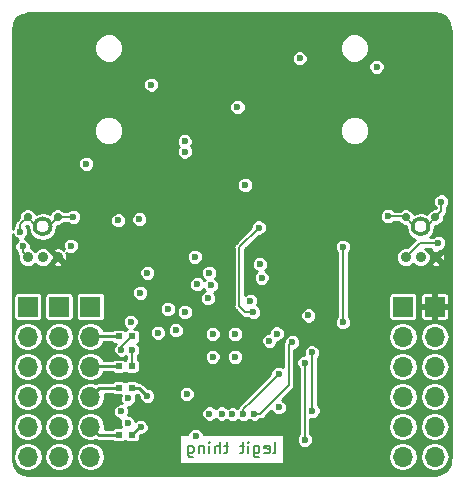
<source format=gbr>
G04 #@! TF.GenerationSoftware,KiCad,Pcbnew,(5.0.1-3-g963ef8bb5)*
G04 #@! TF.CreationDate,2019-01-09T17:43:23-05:00*
G04 #@! TF.ProjectId,Tympan_AIC_Shield,54796D70616E5F4149435F536869656C,rev?*
G04 #@! TF.SameCoordinates,PX6d878d0PY5279480*
G04 #@! TF.FileFunction,Copper,L4,Bot,Signal*
G04 #@! TF.FilePolarity,Positive*
%FSLAX46Y46*%
G04 Gerber Fmt 4.6, Leading zero omitted, Abs format (unit mm)*
G04 Created by KiCad (PCBNEW (5.0.1-3-g963ef8bb5)) date Wednesday, January 09, 2019 at 05:43:23 PM*
%MOMM*%
%LPD*%
G01*
G04 APERTURE LIST*
G04 #@! TA.AperFunction,NonConductor*
%ADD10C,0.200000*%
G04 #@! TD*
G04 #@! TA.AperFunction,EtchedComponent*
%ADD11C,0.325000*%
G04 #@! TD*
G04 #@! TA.AperFunction,SMDPad,CuDef*
%ADD12R,0.600000X0.500000*%
G04 #@! TD*
G04 #@! TA.AperFunction,ComponentPad*
%ADD13R,1.700000X1.700000*%
G04 #@! TD*
G04 #@! TA.AperFunction,ComponentPad*
%ADD14O,1.700000X1.700000*%
G04 #@! TD*
G04 #@! TA.AperFunction,BGAPad,CuDef*
%ADD15C,0.900000*%
G04 #@! TD*
G04 #@! TA.AperFunction,BGAPad,CuDef*
%ADD16C,0.700000*%
G04 #@! TD*
G04 #@! TA.AperFunction,ViaPad*
%ADD17C,0.600000*%
G04 #@! TD*
G04 #@! TA.AperFunction,Conductor*
%ADD18C,0.203200*%
G04 #@! TD*
G04 #@! TA.AperFunction,Conductor*
%ADD19C,0.177800*%
G04 #@! TD*
G04 #@! TA.AperFunction,Conductor*
%ADD20C,0.250000*%
G04 #@! TD*
G04 #@! TA.AperFunction,Conductor*
%ADD21C,0.254000*%
G04 #@! TD*
G04 APERTURE END LIST*
D10*
X22547619Y2272620D02*
X22642857Y2320239D01*
X22690476Y2415477D01*
X22690476Y3272620D01*
X21785714Y2320239D02*
X21880952Y2272620D01*
X22071428Y2272620D01*
X22166666Y2320239D01*
X22214285Y2415477D01*
X22214285Y2796429D01*
X22166666Y2891667D01*
X22071428Y2939286D01*
X21880952Y2939286D01*
X21785714Y2891667D01*
X21738095Y2796429D01*
X21738095Y2701191D01*
X22214285Y2605953D01*
X20880952Y2939286D02*
X20880952Y2129762D01*
X20928571Y2034524D01*
X20976190Y1986905D01*
X21071428Y1939286D01*
X21214285Y1939286D01*
X21309523Y1986905D01*
X20880952Y2320239D02*
X20976190Y2272620D01*
X21166666Y2272620D01*
X21261904Y2320239D01*
X21309523Y2367858D01*
X21357142Y2463096D01*
X21357142Y2748810D01*
X21309523Y2844048D01*
X21261904Y2891667D01*
X21166666Y2939286D01*
X20976190Y2939286D01*
X20880952Y2891667D01*
X20404761Y2272620D02*
X20404761Y2939286D01*
X20404761Y3272620D02*
X20452380Y3225000D01*
X20404761Y3177381D01*
X20357142Y3225000D01*
X20404761Y3272620D01*
X20404761Y3177381D01*
X20071428Y2939286D02*
X19690476Y2939286D01*
X19928571Y3272620D02*
X19928571Y2415477D01*
X19880952Y2320239D01*
X19785714Y2272620D01*
X19690476Y2272620D01*
X18738095Y2939286D02*
X18357142Y2939286D01*
X18595238Y3272620D02*
X18595238Y2415477D01*
X18547619Y2320239D01*
X18452380Y2272620D01*
X18357142Y2272620D01*
X18023809Y2272620D02*
X18023809Y3272620D01*
X17595238Y2272620D02*
X17595238Y2796429D01*
X17642857Y2891667D01*
X17738095Y2939286D01*
X17880952Y2939286D01*
X17976190Y2891667D01*
X18023809Y2844048D01*
X17119047Y2272620D02*
X17119047Y2939286D01*
X17119047Y3272620D02*
X17166666Y3225000D01*
X17119047Y3177381D01*
X17071428Y3225000D01*
X17119047Y3272620D01*
X17119047Y3177381D01*
X16642857Y2939286D02*
X16642857Y2272620D01*
X16642857Y2844048D02*
X16595238Y2891667D01*
X16500000Y2939286D01*
X16357142Y2939286D01*
X16261904Y2891667D01*
X16214285Y2796429D01*
X16214285Y2272620D01*
X15309523Y2939286D02*
X15309523Y2129762D01*
X15357142Y2034524D01*
X15404761Y1986905D01*
X15500000Y1939286D01*
X15642857Y1939286D01*
X15738095Y1986905D01*
X15309523Y2320239D02*
X15404761Y2272620D01*
X15595238Y2272620D01*
X15690476Y2320239D01*
X15738095Y2367858D01*
X15785714Y2463096D01*
X15785714Y2748810D01*
X15738095Y2844048D01*
X15690476Y2891667D01*
X15595238Y2939286D01*
X15404761Y2939286D01*
X15309523Y2891667D01*
D11*
G04 #@! TO.C,MIC2*
X3675250Y21500000D02*
G75*
G03X3675250Y21500000I-675250J0D01*
G01*
G04 #@! TO.C,MIC1*
X35675250Y21500000D02*
G75*
G03X35675250Y21500000I-675250J0D01*
G01*
G04 #@! TD*
D12*
G04 #@! TO.P,C23,1*
G04 #@! TO.N,/IN1_R_1*
X10550000Y12175000D03*
G04 #@! TO.P,C23,2*
G04 #@! TO.N,Net-(C23-Pad2)*
X9450000Y12175000D03*
G04 #@! TD*
G04 #@! TO.P,C24,1*
G04 #@! TO.N,/IN1_L_1*
X10550000Y9650000D03*
G04 #@! TO.P,C24,2*
G04 #@! TO.N,Net-(C24-Pad2)*
X9450000Y9650000D03*
G04 #@! TD*
G04 #@! TO.P,C25,1*
G04 #@! TO.N,/LOL_1*
X10550000Y7825000D03*
G04 #@! TO.P,C25,2*
G04 #@! TO.N,Net-(C25-Pad2)*
X9450000Y7825000D03*
G04 #@! TD*
G04 #@! TO.P,C26,1*
G04 #@! TO.N,/LOR_1*
X10550000Y3850000D03*
G04 #@! TO.P,C26,2*
G04 #@! TO.N,Net-(C26-Pad2)*
X9450000Y3850000D03*
G04 #@! TD*
D13*
G04 #@! TO.P,P3,1*
G04 #@! TO.N,+3V3*
X36200000Y14700000D03*
D14*
G04 #@! TO.P,P3,2*
G04 #@! TO.N,/DOUT_1*
X36200000Y12160000D03*
G04 #@! TO.P,P3,3*
G04 #@! TO.N,/DIN_1*
X36200000Y9620000D03*
G04 #@! TO.P,P3,4*
G04 #@! TO.N,/SDA2*
X36200000Y7080000D03*
G04 #@! TO.P,P3,5*
G04 #@! TO.N,/SCL2*
X36200000Y4540000D03*
G04 #@! TO.P,P3,6*
G04 #@! TO.N,GND*
X36200000Y2000000D03*
G04 #@! TD*
D13*
G04 #@! TO.P,P4,1*
G04 #@! TO.N,/M_BIAS_1*
X4400000Y14700000D03*
D14*
G04 #@! TO.P,P4,2*
G04 #@! TO.N,/MCLK*
X4400000Y12160000D03*
G04 #@! TO.P,P4,3*
G04 #@! TO.N,/BCLK*
X4400000Y9620000D03*
G04 #@! TO.P,P4,4*
G04 #@! TO.N,/WCLK*
X4400000Y7080000D03*
G04 #@! TO.P,P4,5*
G04 #@! TO.N,/nRESET_1*
X4400000Y4540000D03*
G04 #@! TO.P,P4,6*
G04 #@! TO.N,GND*
X4400000Y2000000D03*
G04 #@! TD*
D13*
G04 #@! TO.P,P5,1*
G04 #@! TO.N,+1V8*
X7050000Y14700000D03*
D14*
G04 #@! TO.P,P5,2*
G04 #@! TO.N,Net-(C23-Pad2)*
X7050000Y12160000D03*
G04 #@! TO.P,P5,3*
G04 #@! TO.N,Net-(C24-Pad2)*
X7050000Y9620000D03*
G04 #@! TO.P,P5,4*
G04 #@! TO.N,Net-(C25-Pad2)*
X7050000Y7080000D03*
G04 #@! TO.P,P5,5*
G04 #@! TO.N,Net-(C26-Pad2)*
X7050000Y4540000D03*
G04 #@! TO.P,P5,6*
G04 #@! TO.N,GND*
X7050000Y2000000D03*
G04 #@! TD*
D13*
G04 #@! TO.P,P2,1*
G04 #@! TO.N,/TX_3*
X33500000Y14700000D03*
D14*
G04 #@! TO.P,P2,2*
G04 #@! TO.N,/RX_3*
X33500000Y12160000D03*
G04 #@! TO.P,P2,3*
G04 #@! TO.N,/MISO_2*
X33500000Y9620000D03*
G04 #@! TO.P,P2,4*
G04 #@! TO.N,/MOSI_2*
X33500000Y7080000D03*
G04 #@! TO.P,P2,5*
G04 #@! TO.N,/SCK_2*
X33500000Y4540000D03*
G04 #@! TO.P,P2,6*
G04 #@! TO.N,/SS_2*
X33500000Y2000000D03*
G04 #@! TD*
D15*
G04 #@! TO.P,MIC2,1*
G04 #@! TO.N,Net-(C19-Pad2)*
X1735000Y18884000D03*
G04 #@! TO.P,MIC2,5*
G04 #@! TO.N,Net-(MIC2-Pad5)*
X3000000Y18884000D03*
G04 #@! TO.P,MIC2,4*
G04 #@! TO.N,+3V3*
X4265000Y18884000D03*
D16*
G04 #@! TO.P,MIC2,2*
G04 #@! TO.N,GND*
X1735000Y22290000D03*
G04 #@! TO.P,MIC2,3*
X4265000Y22290000D03*
G04 #@! TD*
D15*
G04 #@! TO.P,MIC1,1*
G04 #@! TO.N,Net-(C17-Pad2)*
X33735000Y18884000D03*
G04 #@! TO.P,MIC1,5*
G04 #@! TO.N,Net-(MIC1-Pad5)*
X35000000Y18884000D03*
G04 #@! TO.P,MIC1,4*
G04 #@! TO.N,+3V3*
X36265000Y18884000D03*
D16*
G04 #@! TO.P,MIC1,2*
G04 #@! TO.N,GND*
X33735000Y22290000D03*
G04 #@! TO.P,MIC1,3*
X36265000Y22290000D03*
G04 #@! TD*
D14*
G04 #@! TO.P,P1,6*
G04 #@! TO.N,Net-(P1-Pad6)*
X1750000Y2000000D03*
G04 #@! TO.P,P1,5*
G04 #@! TO.N,Net-(P1-Pad5)*
X1750000Y4540000D03*
G04 #@! TO.P,P1,4*
G04 #@! TO.N,Net-(P1-Pad4)*
X1750000Y7080000D03*
G04 #@! TO.P,P1,3*
G04 #@! TO.N,Net-(P1-Pad3)*
X1750000Y9620000D03*
G04 #@! TO.P,P1,2*
G04 #@! TO.N,Net-(P1-Pad2)*
X1750000Y12160000D03*
D13*
G04 #@! TO.P,P1,1*
G04 #@! TO.N,Net-(P1-Pad1)*
X1750000Y14700000D03*
G04 #@! TD*
D17*
G04 #@! TO.N,GND*
X17000000Y15400000D03*
X36750000Y23600000D03*
X32250000Y22350000D03*
X1100000Y21050000D03*
X5600000Y22300000D03*
X19294600Y12383000D03*
X17394600Y12383000D03*
X23000000Y6175000D03*
X24766379Y35718390D03*
X21550000Y17150000D03*
X20600000Y15200008D03*
X17394600Y10456090D03*
X19294600Y10456090D03*
G04 #@! TO.N,+3V3*
X36600000Y17700000D03*
X4400000Y17900000D03*
X24550000Y19299998D03*
X24450000Y8075000D03*
X13343903Y16450000D03*
G04 #@! TO.N,+1V8*
X16100000Y16600000D03*
X13600000Y14500000D03*
X15200000Y7300000D03*
G04 #@! TO.N,Net-(C17-Pad2)*
X36500000Y20100000D03*
G04 #@! TO.N,Net-(C19-Pad2)*
X1300000Y19800000D03*
G04 #@! TO.N,Net-(J1-Pad3)*
X19500000Y31600000D03*
X31275000Y35000000D03*
G04 #@! TO.N,/MICDET*
X9400000Y22000000D03*
X12775003Y12500003D03*
G04 #@! TO.N,/BCLK*
X18175000Y5650000D03*
X9650000Y5825000D03*
G04 #@! TO.N,/MCLK*
X17125000Y5650000D03*
X10250000Y6925000D03*
G04 #@! TO.N,/WCLK*
X19075000Y5575000D03*
X10200000Y4850000D03*
G04 #@! TO.N,/HPL*
X15050000Y14250000D03*
X15050000Y27825000D03*
G04 #@! TO.N,/HPR*
X14275000Y12700000D03*
X15025000Y28700000D03*
G04 #@! TO.N,Net-(R16-Pad2)*
X15900000Y18925000D03*
X21400000Y18300000D03*
G04 #@! TO.N,Net-(C12-Pad2)*
X6700000Y26800000D03*
X20150000Y25000000D03*
G04 #@! TO.N,Net-(C13-Pad2)*
X12200000Y33500000D03*
X11200000Y22100000D03*
G04 #@! TO.N,/nRESET_1*
X15950000Y3775000D03*
G04 #@! TO.N,/DIN_1*
X22975000Y9000000D03*
X19975000Y5600000D03*
G04 #@! TO.N,/DOUT_1*
X24125000Y11700000D03*
X20925000Y5650000D03*
G04 #@! TO.N,/SDA2*
X25800000Y10825000D03*
X25850000Y5875000D03*
G04 #@! TO.N,/SCL2*
X25200000Y3425000D03*
X25177902Y9947110D03*
G04 #@! TO.N,/M_BIAS_1*
X10450000Y13425000D03*
X25500000Y13950000D03*
G04 #@! TO.N,/IN2_L_1*
X28425000Y13375000D03*
X28425002Y19775000D03*
G04 #@! TO.N,/IN2_R_1*
X5400000Y19850000D03*
X21300000Y21400000D03*
X20850000Y14225000D03*
G04 #@! TO.N,/IN1_R_1*
X22825000Y12425000D03*
X9672364Y11060835D03*
G04 #@! TO.N,/IN1_L_1*
X22200000Y11800000D03*
X10575000Y11025000D03*
G04 #@! TO.N,/LOL_1*
X17100000Y17550000D03*
X11875000Y17575000D03*
X11850000Y7150000D03*
G04 #@! TO.N,/LOR_1*
X17250000Y16500000D03*
X11275000Y15875000D03*
X11300000Y4500000D03*
G04 #@! TD*
D18*
G04 #@! TO.N,GND*
X36265000Y22290000D02*
X36750000Y22775000D01*
X36750000Y22775000D02*
X36750000Y23600000D01*
X33735000Y22290000D02*
X33675000Y22350000D01*
X33675000Y22350000D02*
X32250000Y22350000D01*
X1735000Y22290000D02*
X1100000Y21655000D01*
X1100000Y21655000D02*
X1100000Y21050000D01*
X4265000Y22290000D02*
X5590000Y22290000D01*
X5590000Y22290000D02*
X5600000Y22300000D01*
X1735000Y22290000D02*
X2300000Y21725000D01*
X2300000Y21725000D02*
X2300000Y21400000D01*
X4265000Y22290000D02*
X3700000Y21725000D01*
X3700000Y21725000D02*
X3700000Y21500000D01*
X33735000Y22290000D02*
X34300000Y21725000D01*
X34300000Y21725000D02*
X34300000Y21500000D01*
X36265000Y22290000D02*
X35700000Y21725000D01*
X35700000Y21725000D02*
X35700000Y21500000D01*
D19*
X19294600Y12383000D02*
X19297100Y12385500D01*
X17394600Y12383000D02*
X17392100Y12385500D01*
X17394600Y10478000D02*
X17394600Y10456090D01*
X19297100Y10480500D02*
X19294600Y10478000D01*
X19294600Y10478000D02*
X19294600Y10456090D01*
X17392100Y10480500D02*
X17394600Y10478000D01*
D18*
G04 #@! TO.N,Net-(C17-Pad2)*
X33735000Y18884000D02*
X34951000Y20100000D01*
X34951000Y20100000D02*
X36500000Y20100000D01*
G04 #@! TO.N,Net-(C19-Pad2)*
X1735000Y18884000D02*
X1300000Y19319000D01*
X1300000Y19319000D02*
X1300000Y19800000D01*
D20*
G04 #@! TO.N,Net-(C23-Pad2)*
X7065000Y12175000D02*
X7050000Y12160000D01*
X9450000Y12175000D02*
X7065000Y12175000D01*
G04 #@! TO.N,Net-(C24-Pad2)*
X7080000Y9650000D02*
X7050000Y9620000D01*
X9450000Y9650000D02*
X7080000Y9650000D01*
G04 #@! TO.N,Net-(C25-Pad2)*
X7795000Y7825000D02*
X7050000Y7080000D01*
X9450000Y7825000D02*
X7795000Y7825000D01*
G04 #@! TO.N,Net-(C26-Pad2)*
X7740000Y3850000D02*
X7050000Y4540000D01*
X9450000Y3850000D02*
X7740000Y3850000D01*
D18*
G04 #@! TO.N,/DIN_1*
X20700000Y6725000D02*
X22975000Y9000000D01*
X19975000Y6000000D02*
X20700000Y6725000D01*
X19975000Y5600000D02*
X19975000Y6000000D01*
G04 #@! TO.N,/DOUT_1*
X23844999Y11419999D02*
X24125000Y11700000D01*
X23844999Y8046481D02*
X23844999Y11419999D01*
X21448518Y5650000D02*
X23844999Y8046481D01*
X20925000Y5650000D02*
X21448518Y5650000D01*
G04 #@! TO.N,/SDA2*
X25800000Y10825000D02*
X25800000Y5925000D01*
D20*
X25800000Y5925000D02*
X25850000Y5875000D01*
G04 #@! TO.N,/SCL2*
X25177902Y3447098D02*
X25200000Y3425000D01*
D18*
X25177902Y9947110D02*
X25177902Y3447098D01*
G04 #@! TO.N,/IN2_L_1*
X28425000Y19774998D02*
X28425002Y19775000D01*
X28425000Y13375000D02*
X28425000Y19774998D01*
G04 #@! TO.N,/IN2_R_1*
X20850000Y14225000D02*
X20175000Y14225000D01*
X20175000Y14225000D02*
X19650000Y14750000D01*
X19650000Y19750000D02*
X21300000Y21400000D01*
X19650000Y14750000D02*
X19650000Y19750000D01*
G04 #@! TO.N,/IN1_R_1*
X9672364Y11297364D02*
X10550000Y12175000D01*
D20*
X9672364Y11060835D02*
X9672364Y11297364D01*
D18*
G04 #@! TO.N,/IN1_L_1*
X10575000Y9675000D02*
X10550000Y9650000D01*
X10575000Y11025000D02*
X10575000Y9675000D01*
D20*
G04 #@! TO.N,/LOL_1*
X11175000Y7825000D02*
X11850000Y7150000D01*
X10550000Y7825000D02*
X11175000Y7825000D01*
D18*
G04 #@! TO.N,/LOR_1*
X11250000Y4450000D02*
X11300000Y4500000D01*
D20*
X11200000Y4500000D02*
X10550000Y3850000D01*
X11300000Y4500000D02*
X11200000Y4500000D01*
G04 #@! TD*
D21*
G04 #@! TO.N,+3V3*
G36*
X36104960Y39541389D02*
X36178489Y39524346D01*
X36621546Y39457736D01*
X36960246Y39295094D01*
X37236147Y39040054D01*
X37424860Y38715161D01*
X37515761Y38322987D01*
X37519371Y38231115D01*
X37544001Y38102001D01*
X37544000Y1900370D01*
X37541389Y1895040D01*
X37524346Y1821511D01*
X37457736Y1378454D01*
X37295094Y1039754D01*
X37040054Y763853D01*
X36715162Y575141D01*
X36322983Y484239D01*
X36231115Y480629D01*
X36102007Y456000D01*
X1900370Y456000D01*
X1895040Y458611D01*
X1821511Y475654D01*
X1378454Y542264D01*
X1039754Y704906D01*
X763853Y959946D01*
X575141Y1284838D01*
X484239Y1677017D01*
X480629Y1768885D01*
X456000Y1897993D01*
X456000Y2000000D01*
X494884Y2000000D01*
X590424Y1519688D01*
X862499Y1112499D01*
X1269688Y840424D01*
X1628761Y769000D01*
X1871239Y769000D01*
X2230312Y840424D01*
X2637501Y1112499D01*
X2909576Y1519688D01*
X3005116Y2000000D01*
X3144884Y2000000D01*
X3240424Y1519688D01*
X3512499Y1112499D01*
X3919688Y840424D01*
X4278761Y769000D01*
X4521239Y769000D01*
X4880312Y840424D01*
X5287501Y1112499D01*
X5559576Y1519688D01*
X5655116Y2000000D01*
X5794884Y2000000D01*
X5890424Y1519688D01*
X6162499Y1112499D01*
X6569688Y840424D01*
X6928761Y769000D01*
X7171239Y769000D01*
X7530312Y840424D01*
X7937501Y1112499D01*
X8209576Y1519688D01*
X8305116Y2000000D01*
X8209576Y2480312D01*
X7937501Y2887501D01*
X7530312Y3159576D01*
X7171239Y3231000D01*
X6928761Y3231000D01*
X6569688Y3159576D01*
X6162499Y2887501D01*
X5890424Y2480312D01*
X5794884Y2000000D01*
X5655116Y2000000D01*
X5559576Y2480312D01*
X5287501Y2887501D01*
X4880312Y3159576D01*
X4521239Y3231000D01*
X4278761Y3231000D01*
X3919688Y3159576D01*
X3512499Y2887501D01*
X3240424Y2480312D01*
X3144884Y2000000D01*
X3005116Y2000000D01*
X2909576Y2480312D01*
X2637501Y2887501D01*
X2230312Y3159576D01*
X1871239Y3231000D01*
X1628761Y3231000D01*
X1269688Y3159576D01*
X862499Y2887501D01*
X590424Y2480312D01*
X494884Y2000000D01*
X456000Y2000000D01*
X456000Y4540000D01*
X494884Y4540000D01*
X590424Y4059688D01*
X862499Y3652499D01*
X1269688Y3380424D01*
X1628761Y3309000D01*
X1871239Y3309000D01*
X2230312Y3380424D01*
X2637501Y3652499D01*
X2909576Y4059688D01*
X3005116Y4540000D01*
X3144884Y4540000D01*
X3240424Y4059688D01*
X3512499Y3652499D01*
X3919688Y3380424D01*
X4278761Y3309000D01*
X4521239Y3309000D01*
X4880312Y3380424D01*
X5287501Y3652499D01*
X5559576Y4059688D01*
X5655116Y4540000D01*
X5559576Y5020312D01*
X5287501Y5427501D01*
X4880312Y5699576D01*
X4521239Y5771000D01*
X4278761Y5771000D01*
X3919688Y5699576D01*
X3512499Y5427501D01*
X3240424Y5020312D01*
X3144884Y4540000D01*
X3005116Y4540000D01*
X2909576Y5020312D01*
X2637501Y5427501D01*
X2230312Y5699576D01*
X1871239Y5771000D01*
X1628761Y5771000D01*
X1269688Y5699576D01*
X862499Y5427501D01*
X590424Y5020312D01*
X494884Y4540000D01*
X456000Y4540000D01*
X456000Y7080000D01*
X494884Y7080000D01*
X590424Y6599688D01*
X862499Y6192499D01*
X1269688Y5920424D01*
X1628761Y5849000D01*
X1871239Y5849000D01*
X2230312Y5920424D01*
X2637501Y6192499D01*
X2909576Y6599688D01*
X3005116Y7080000D01*
X3144884Y7080000D01*
X3240424Y6599688D01*
X3512499Y6192499D01*
X3919688Y5920424D01*
X4278761Y5849000D01*
X4521239Y5849000D01*
X4880312Y5920424D01*
X5287501Y6192499D01*
X5559576Y6599688D01*
X5655116Y7080000D01*
X5794884Y7080000D01*
X5890424Y6599688D01*
X6162499Y6192499D01*
X6569688Y5920424D01*
X6928761Y5849000D01*
X7171239Y5849000D01*
X7530312Y5920424D01*
X7937501Y6192499D01*
X8209576Y6599688D01*
X8305116Y7080000D01*
X8257576Y7319000D01*
X8862828Y7319000D01*
X8875314Y7300314D01*
X9001341Y7216106D01*
X9150000Y7186536D01*
X9621223Y7186536D01*
X9569000Y7060459D01*
X9569000Y6789541D01*
X9672676Y6539244D01*
X9705920Y6506000D01*
X9514541Y6506000D01*
X9264244Y6402324D01*
X9072676Y6210756D01*
X8969000Y5960459D01*
X8969000Y5689541D01*
X9072676Y5439244D01*
X9264244Y5247676D01*
X9514541Y5144000D01*
X9584670Y5144000D01*
X9519000Y4985459D01*
X9519000Y4714541D01*
X9612644Y4488464D01*
X9150000Y4488464D01*
X9001341Y4458894D01*
X8875314Y4374686D01*
X8862828Y4356000D01*
X8268516Y4356000D01*
X8305116Y4540000D01*
X8209576Y5020312D01*
X7937501Y5427501D01*
X7530312Y5699576D01*
X7171239Y5771000D01*
X6928761Y5771000D01*
X6569688Y5699576D01*
X6162499Y5427501D01*
X5890424Y5020312D01*
X5794884Y4540000D01*
X5890424Y4059688D01*
X6162499Y3652499D01*
X6569688Y3380424D01*
X6928761Y3309000D01*
X7171239Y3309000D01*
X7530312Y3380424D01*
X7531154Y3380986D01*
X7542569Y3373359D01*
X7690165Y3344000D01*
X7739999Y3334087D01*
X7789833Y3344000D01*
X8862828Y3344000D01*
X8875314Y3325314D01*
X9001341Y3241106D01*
X9150000Y3211536D01*
X9750000Y3211536D01*
X9898659Y3241106D01*
X10000000Y3308819D01*
X10101341Y3241106D01*
X10250000Y3211536D01*
X10850000Y3211536D01*
X10998659Y3241106D01*
X11124686Y3325314D01*
X11208894Y3451341D01*
X11238464Y3600000D01*
X11238464Y3819000D01*
X11435459Y3819000D01*
X11573069Y3876000D01*
X14590429Y3876000D01*
X14590429Y1414000D01*
X23409572Y1414000D01*
X23409572Y2000000D01*
X32244884Y2000000D01*
X32340424Y1519688D01*
X32612499Y1112499D01*
X33019688Y840424D01*
X33378761Y769000D01*
X33621239Y769000D01*
X33980312Y840424D01*
X34387501Y1112499D01*
X34659576Y1519688D01*
X34755116Y2000000D01*
X34944884Y2000000D01*
X35040424Y1519688D01*
X35312499Y1112499D01*
X35719688Y840424D01*
X36078761Y769000D01*
X36321239Y769000D01*
X36680312Y840424D01*
X37087501Y1112499D01*
X37359576Y1519688D01*
X37455116Y2000000D01*
X37359576Y2480312D01*
X37087501Y2887501D01*
X36680312Y3159576D01*
X36321239Y3231000D01*
X36078761Y3231000D01*
X35719688Y3159576D01*
X35312499Y2887501D01*
X35040424Y2480312D01*
X34944884Y2000000D01*
X34755116Y2000000D01*
X34659576Y2480312D01*
X34387501Y2887501D01*
X33980312Y3159576D01*
X33621239Y3231000D01*
X33378761Y3231000D01*
X33019688Y3159576D01*
X32612499Y2887501D01*
X32340424Y2480312D01*
X32244884Y2000000D01*
X23409572Y2000000D01*
X23409572Y3876000D01*
X16631000Y3876000D01*
X16631000Y3910459D01*
X16527324Y4160756D01*
X16335756Y4352324D01*
X16085459Y4456000D01*
X15814541Y4456000D01*
X15564244Y4352324D01*
X15372676Y4160756D01*
X15269000Y3910459D01*
X15269000Y3876000D01*
X14590429Y3876000D01*
X11573069Y3876000D01*
X11685756Y3922676D01*
X11877324Y4114244D01*
X11981000Y4364541D01*
X11981000Y4635459D01*
X11877324Y4885756D01*
X11685756Y5077324D01*
X11435459Y5181000D01*
X11164541Y5181000D01*
X10914244Y5077324D01*
X10863830Y5026910D01*
X10777324Y5235756D01*
X10585756Y5427324D01*
X10335459Y5531000D01*
X10265330Y5531000D01*
X10331000Y5689541D01*
X10331000Y5785459D01*
X16444000Y5785459D01*
X16444000Y5514541D01*
X16547676Y5264244D01*
X16739244Y5072676D01*
X16989541Y4969000D01*
X17260459Y4969000D01*
X17510756Y5072676D01*
X17650000Y5211920D01*
X17789244Y5072676D01*
X18039541Y4969000D01*
X18310459Y4969000D01*
X18560756Y5072676D01*
X18587500Y5099420D01*
X18689244Y4997676D01*
X18939541Y4894000D01*
X19210459Y4894000D01*
X19460756Y4997676D01*
X19537500Y5074420D01*
X19589244Y5022676D01*
X19839541Y4919000D01*
X20110459Y4919000D01*
X20360756Y5022676D01*
X20475000Y5136920D01*
X20539244Y5072676D01*
X20789541Y4969000D01*
X21060459Y4969000D01*
X21310756Y5072676D01*
X21404735Y5166655D01*
X21448518Y5157946D01*
X21496046Y5167400D01*
X21496047Y5167400D01*
X21636819Y5195401D01*
X21796453Y5302065D01*
X21823380Y5342364D01*
X22378035Y5897018D01*
X22422676Y5789244D01*
X22614244Y5597676D01*
X22864541Y5494000D01*
X23135459Y5494000D01*
X23385756Y5597676D01*
X23577324Y5789244D01*
X23681000Y6039541D01*
X23681000Y6310459D01*
X23577324Y6560756D01*
X23385756Y6752324D01*
X23277982Y6796965D01*
X24152639Y7671622D01*
X24192934Y7698546D01*
X24299598Y7858180D01*
X24327599Y7998952D01*
X24327599Y7998953D01*
X24337053Y8046481D01*
X24327599Y8094009D01*
X24327599Y10082569D01*
X24496902Y10082569D01*
X24496902Y9811651D01*
X24600578Y9561354D01*
X24695302Y9466630D01*
X24695303Y3883383D01*
X24622676Y3810756D01*
X24519000Y3560459D01*
X24519000Y3289541D01*
X24622676Y3039244D01*
X24814244Y2847676D01*
X25064541Y2744000D01*
X25335459Y2744000D01*
X25585756Y2847676D01*
X25777324Y3039244D01*
X25881000Y3289541D01*
X25881000Y3560459D01*
X25777324Y3810756D01*
X25660502Y3927578D01*
X25660502Y4540000D01*
X32244884Y4540000D01*
X32340424Y4059688D01*
X32612499Y3652499D01*
X33019688Y3380424D01*
X33378761Y3309000D01*
X33621239Y3309000D01*
X33980312Y3380424D01*
X34387501Y3652499D01*
X34659576Y4059688D01*
X34755116Y4540000D01*
X34944884Y4540000D01*
X35040424Y4059688D01*
X35312499Y3652499D01*
X35719688Y3380424D01*
X36078761Y3309000D01*
X36321239Y3309000D01*
X36680312Y3380424D01*
X37087501Y3652499D01*
X37359576Y4059688D01*
X37455116Y4540000D01*
X37359576Y5020312D01*
X37087501Y5427501D01*
X36680312Y5699576D01*
X36321239Y5771000D01*
X36078761Y5771000D01*
X35719688Y5699576D01*
X35312499Y5427501D01*
X35040424Y5020312D01*
X34944884Y4540000D01*
X34755116Y4540000D01*
X34659576Y5020312D01*
X34387501Y5427501D01*
X33980312Y5699576D01*
X33621239Y5771000D01*
X33378761Y5771000D01*
X33019688Y5699576D01*
X32612499Y5427501D01*
X32340424Y5020312D01*
X32244884Y4540000D01*
X25660502Y4540000D01*
X25660502Y5216384D01*
X25714541Y5194000D01*
X25985459Y5194000D01*
X26235756Y5297676D01*
X26427324Y5489244D01*
X26531000Y5739541D01*
X26531000Y6010459D01*
X26427324Y6260756D01*
X26282600Y6405480D01*
X26282600Y7080000D01*
X32244884Y7080000D01*
X32340424Y6599688D01*
X32612499Y6192499D01*
X33019688Y5920424D01*
X33378761Y5849000D01*
X33621239Y5849000D01*
X33980312Y5920424D01*
X34387501Y6192499D01*
X34659576Y6599688D01*
X34755116Y7080000D01*
X34944884Y7080000D01*
X35040424Y6599688D01*
X35312499Y6192499D01*
X35719688Y5920424D01*
X36078761Y5849000D01*
X36321239Y5849000D01*
X36680312Y5920424D01*
X37087501Y6192499D01*
X37359576Y6599688D01*
X37455116Y7080000D01*
X37359576Y7560312D01*
X37087501Y7967501D01*
X36680312Y8239576D01*
X36321239Y8311000D01*
X36078761Y8311000D01*
X35719688Y8239576D01*
X35312499Y7967501D01*
X35040424Y7560312D01*
X34944884Y7080000D01*
X34755116Y7080000D01*
X34659576Y7560312D01*
X34387501Y7967501D01*
X33980312Y8239576D01*
X33621239Y8311000D01*
X33378761Y8311000D01*
X33019688Y8239576D01*
X32612499Y7967501D01*
X32340424Y7560312D01*
X32244884Y7080000D01*
X26282600Y7080000D01*
X26282600Y9620000D01*
X32244884Y9620000D01*
X32340424Y9139688D01*
X32612499Y8732499D01*
X33019688Y8460424D01*
X33378761Y8389000D01*
X33621239Y8389000D01*
X33980312Y8460424D01*
X34387501Y8732499D01*
X34659576Y9139688D01*
X34755116Y9620000D01*
X34944884Y9620000D01*
X35040424Y9139688D01*
X35312499Y8732499D01*
X35719688Y8460424D01*
X36078761Y8389000D01*
X36321239Y8389000D01*
X36680312Y8460424D01*
X37087501Y8732499D01*
X37359576Y9139688D01*
X37455116Y9620000D01*
X37359576Y10100312D01*
X37087501Y10507501D01*
X36680312Y10779576D01*
X36321239Y10851000D01*
X36078761Y10851000D01*
X35719688Y10779576D01*
X35312499Y10507501D01*
X35040424Y10100312D01*
X34944884Y9620000D01*
X34755116Y9620000D01*
X34659576Y10100312D01*
X34387501Y10507501D01*
X33980312Y10779576D01*
X33621239Y10851000D01*
X33378761Y10851000D01*
X33019688Y10779576D01*
X32612499Y10507501D01*
X32340424Y10100312D01*
X32244884Y9620000D01*
X26282600Y9620000D01*
X26282600Y10344520D01*
X26377324Y10439244D01*
X26481000Y10689541D01*
X26481000Y10960459D01*
X26377324Y11210756D01*
X26185756Y11402324D01*
X25935459Y11506000D01*
X25664541Y11506000D01*
X25414244Y11402324D01*
X25222676Y11210756D01*
X25119000Y10960459D01*
X25119000Y10689541D01*
X25144445Y10628110D01*
X25042443Y10628110D01*
X24792146Y10524434D01*
X24600578Y10332866D01*
X24496902Y10082569D01*
X24327599Y10082569D01*
X24327599Y11046810D01*
X24510756Y11122676D01*
X24702324Y11314244D01*
X24806000Y11564541D01*
X24806000Y11835459D01*
X24702324Y12085756D01*
X24628080Y12160000D01*
X32244884Y12160000D01*
X32340424Y11679688D01*
X32612499Y11272499D01*
X33019688Y11000424D01*
X33378761Y10929000D01*
X33621239Y10929000D01*
X33980312Y11000424D01*
X34387501Y11272499D01*
X34659576Y11679688D01*
X34755116Y12160000D01*
X34944884Y12160000D01*
X35040424Y11679688D01*
X35312499Y11272499D01*
X35719688Y11000424D01*
X36078761Y10929000D01*
X36321239Y10929000D01*
X36680312Y11000424D01*
X37087501Y11272499D01*
X37359576Y11679688D01*
X37455116Y12160000D01*
X37359576Y12640312D01*
X37087501Y13047501D01*
X36680312Y13319576D01*
X36321239Y13391000D01*
X36078761Y13391000D01*
X35719688Y13319576D01*
X35312499Y13047501D01*
X35040424Y12640312D01*
X34944884Y12160000D01*
X34755116Y12160000D01*
X34659576Y12640312D01*
X34387501Y13047501D01*
X33980312Y13319576D01*
X33621239Y13391000D01*
X33378761Y13391000D01*
X33019688Y13319576D01*
X32612499Y13047501D01*
X32340424Y12640312D01*
X32244884Y12160000D01*
X24628080Y12160000D01*
X24510756Y12277324D01*
X24260459Y12381000D01*
X23989541Y12381000D01*
X23739244Y12277324D01*
X23547676Y12085756D01*
X23444000Y11835459D01*
X23444000Y11688517D01*
X23427980Y11664541D01*
X23390401Y11608300D01*
X23352945Y11419999D01*
X23362400Y11372466D01*
X23362399Y9575681D01*
X23360756Y9577324D01*
X23110459Y9681000D01*
X22839541Y9681000D01*
X22589244Y9577324D01*
X22397676Y9385756D01*
X22294000Y9135459D01*
X22294000Y9001499D01*
X20392361Y7099859D01*
X20392358Y7099857D01*
X19667362Y6374860D01*
X19627066Y6347935D01*
X19520402Y6188301D01*
X19504537Y6108543D01*
X19460756Y6152324D01*
X19210459Y6256000D01*
X18939541Y6256000D01*
X18689244Y6152324D01*
X18662500Y6125580D01*
X18560756Y6227324D01*
X18310459Y6331000D01*
X18039541Y6331000D01*
X17789244Y6227324D01*
X17650000Y6088080D01*
X17510756Y6227324D01*
X17260459Y6331000D01*
X16989541Y6331000D01*
X16739244Y6227324D01*
X16547676Y6035756D01*
X16444000Y5785459D01*
X10331000Y5785459D01*
X10331000Y5960459D01*
X10227324Y6210756D01*
X10194080Y6244000D01*
X10385459Y6244000D01*
X10635756Y6347676D01*
X10827324Y6539244D01*
X10931000Y6789541D01*
X10931000Y7060459D01*
X10876587Y7191824D01*
X10998659Y7216106D01*
X11040407Y7244001D01*
X11169000Y7115408D01*
X11169000Y7014541D01*
X11272676Y6764244D01*
X11464244Y6572676D01*
X11714541Y6469000D01*
X11985459Y6469000D01*
X12235756Y6572676D01*
X12427324Y6764244D01*
X12531000Y7014541D01*
X12531000Y7285459D01*
X12468869Y7435459D01*
X14519000Y7435459D01*
X14519000Y7164541D01*
X14622676Y6914244D01*
X14814244Y6722676D01*
X15064541Y6619000D01*
X15335459Y6619000D01*
X15585756Y6722676D01*
X15777324Y6914244D01*
X15881000Y7164541D01*
X15881000Y7435459D01*
X15777324Y7685756D01*
X15585756Y7877324D01*
X15335459Y7981000D01*
X15064541Y7981000D01*
X14814244Y7877324D01*
X14622676Y7685756D01*
X14519000Y7435459D01*
X12468869Y7435459D01*
X12427324Y7535756D01*
X12235756Y7727324D01*
X11985459Y7831000D01*
X11884592Y7831000D01*
X11568038Y8147553D01*
X11539806Y8189806D01*
X11372431Y8301641D01*
X11224835Y8331000D01*
X11224834Y8331000D01*
X11175000Y8340913D01*
X11135763Y8333108D01*
X11124686Y8349686D01*
X10998659Y8433894D01*
X10850000Y8463464D01*
X10250000Y8463464D01*
X10101341Y8433894D01*
X10000000Y8366181D01*
X9898659Y8433894D01*
X9750000Y8463464D01*
X9150000Y8463464D01*
X9001341Y8433894D01*
X8875314Y8349686D01*
X8862828Y8331000D01*
X7844833Y8331000D01*
X7794999Y8340913D01*
X7745165Y8331000D01*
X7597569Y8301641D01*
X7510561Y8243505D01*
X7171239Y8311000D01*
X6928761Y8311000D01*
X6569688Y8239576D01*
X6162499Y7967501D01*
X5890424Y7560312D01*
X5794884Y7080000D01*
X5655116Y7080000D01*
X5559576Y7560312D01*
X5287501Y7967501D01*
X4880312Y8239576D01*
X4521239Y8311000D01*
X4278761Y8311000D01*
X3919688Y8239576D01*
X3512499Y7967501D01*
X3240424Y7560312D01*
X3144884Y7080000D01*
X3005116Y7080000D01*
X2909576Y7560312D01*
X2637501Y7967501D01*
X2230312Y8239576D01*
X1871239Y8311000D01*
X1628761Y8311000D01*
X1269688Y8239576D01*
X862499Y7967501D01*
X590424Y7560312D01*
X494884Y7080000D01*
X456000Y7080000D01*
X456000Y9620000D01*
X494884Y9620000D01*
X590424Y9139688D01*
X862499Y8732499D01*
X1269688Y8460424D01*
X1628761Y8389000D01*
X1871239Y8389000D01*
X2230312Y8460424D01*
X2637501Y8732499D01*
X2909576Y9139688D01*
X3005116Y9620000D01*
X3144884Y9620000D01*
X3240424Y9139688D01*
X3512499Y8732499D01*
X3919688Y8460424D01*
X4278761Y8389000D01*
X4521239Y8389000D01*
X4880312Y8460424D01*
X5287501Y8732499D01*
X5559576Y9139688D01*
X5655116Y9620000D01*
X5559576Y10100312D01*
X5287501Y10507501D01*
X4880312Y10779576D01*
X4521239Y10851000D01*
X4278761Y10851000D01*
X3919688Y10779576D01*
X3512499Y10507501D01*
X3240424Y10100312D01*
X3144884Y9620000D01*
X3005116Y9620000D01*
X2909576Y10100312D01*
X2637501Y10507501D01*
X2230312Y10779576D01*
X1871239Y10851000D01*
X1628761Y10851000D01*
X1269688Y10779576D01*
X862499Y10507501D01*
X590424Y10100312D01*
X494884Y9620000D01*
X456000Y9620000D01*
X456000Y12160000D01*
X494884Y12160000D01*
X590424Y11679688D01*
X862499Y11272499D01*
X1269688Y11000424D01*
X1628761Y10929000D01*
X1871239Y10929000D01*
X2230312Y11000424D01*
X2637501Y11272499D01*
X2909576Y11679688D01*
X3005116Y12160000D01*
X3144884Y12160000D01*
X3240424Y11679688D01*
X3512499Y11272499D01*
X3919688Y11000424D01*
X4278761Y10929000D01*
X4521239Y10929000D01*
X4880312Y11000424D01*
X5287501Y11272499D01*
X5559576Y11679688D01*
X5655116Y12160000D01*
X5794884Y12160000D01*
X5890424Y11679688D01*
X6162499Y11272499D01*
X6569688Y11000424D01*
X6928761Y10929000D01*
X7171239Y10929000D01*
X7530312Y11000424D01*
X7937501Y11272499D01*
X8202435Y11669000D01*
X8862828Y11669000D01*
X8875314Y11650314D01*
X9001341Y11566106D01*
X9150000Y11536536D01*
X9184985Y11536536D01*
X9095040Y11446591D01*
X8991364Y11196294D01*
X8991364Y10925376D01*
X9095040Y10675079D01*
X9286608Y10483511D01*
X9536905Y10379835D01*
X9807823Y10379835D01*
X10058120Y10483511D01*
X10092400Y10517791D01*
X10092401Y10252920D01*
X10000000Y10191181D01*
X9898659Y10258894D01*
X9750000Y10288464D01*
X9150000Y10288464D01*
X9001341Y10258894D01*
X8875314Y10174686D01*
X8862828Y10156000D01*
X8172366Y10156000D01*
X7937501Y10507501D01*
X7530312Y10779576D01*
X7171239Y10851000D01*
X6928761Y10851000D01*
X6569688Y10779576D01*
X6162499Y10507501D01*
X5890424Y10100312D01*
X5794884Y9620000D01*
X5890424Y9139688D01*
X6162499Y8732499D01*
X6569688Y8460424D01*
X6928761Y8389000D01*
X7171239Y8389000D01*
X7530312Y8460424D01*
X7937501Y8732499D01*
X8209576Y9139688D01*
X8210434Y9144000D01*
X8862828Y9144000D01*
X8875314Y9125314D01*
X9001341Y9041106D01*
X9150000Y9011536D01*
X9750000Y9011536D01*
X9898659Y9041106D01*
X10000000Y9108819D01*
X10101341Y9041106D01*
X10250000Y9011536D01*
X10850000Y9011536D01*
X10998659Y9041106D01*
X11124686Y9125314D01*
X11208894Y9251341D01*
X11238464Y9400000D01*
X11238464Y9900000D01*
X11208894Y10048659D01*
X11124686Y10174686D01*
X11057600Y10219511D01*
X11057600Y10544520D01*
X11104629Y10591549D01*
X16713600Y10591549D01*
X16713600Y10320631D01*
X16817276Y10070334D01*
X17008844Y9878766D01*
X17259141Y9775090D01*
X17530059Y9775090D01*
X17780356Y9878766D01*
X17971924Y10070334D01*
X18075600Y10320631D01*
X18075600Y10591549D01*
X18613600Y10591549D01*
X18613600Y10320631D01*
X18717276Y10070334D01*
X18908844Y9878766D01*
X19159141Y9775090D01*
X19430059Y9775090D01*
X19680356Y9878766D01*
X19871924Y10070334D01*
X19975600Y10320631D01*
X19975600Y10591549D01*
X19871924Y10841846D01*
X19680356Y11033414D01*
X19430059Y11137090D01*
X19159141Y11137090D01*
X18908844Y11033414D01*
X18717276Y10841846D01*
X18613600Y10591549D01*
X18075600Y10591549D01*
X17971924Y10841846D01*
X17780356Y11033414D01*
X17530059Y11137090D01*
X17259141Y11137090D01*
X17008844Y11033414D01*
X16817276Y10841846D01*
X16713600Y10591549D01*
X11104629Y10591549D01*
X11152324Y10639244D01*
X11256000Y10889541D01*
X11256000Y11160459D01*
X11152324Y11410756D01*
X10997254Y11565826D01*
X10998659Y11566106D01*
X11124686Y11650314D01*
X11208894Y11776341D01*
X11238464Y11925000D01*
X11238464Y12425000D01*
X11208894Y12573659D01*
X11167599Y12635462D01*
X12094003Y12635462D01*
X12094003Y12364544D01*
X12197679Y12114247D01*
X12389247Y11922679D01*
X12639544Y11819003D01*
X12910462Y11819003D01*
X13160759Y11922679D01*
X13352327Y12114247D01*
X13456003Y12364544D01*
X13456003Y12635462D01*
X13373162Y12835459D01*
X13594000Y12835459D01*
X13594000Y12564541D01*
X13697676Y12314244D01*
X13889244Y12122676D01*
X14139541Y12019000D01*
X14410459Y12019000D01*
X14660756Y12122676D01*
X14852324Y12314244D01*
X14936912Y12518459D01*
X16713600Y12518459D01*
X16713600Y12247541D01*
X16817276Y11997244D01*
X17008844Y11805676D01*
X17259141Y11702000D01*
X17530059Y11702000D01*
X17780356Y11805676D01*
X17971924Y11997244D01*
X18075600Y12247541D01*
X18075600Y12518459D01*
X18613600Y12518459D01*
X18613600Y12247541D01*
X18717276Y11997244D01*
X18908844Y11805676D01*
X19159141Y11702000D01*
X19430059Y11702000D01*
X19680356Y11805676D01*
X19810139Y11935459D01*
X21519000Y11935459D01*
X21519000Y11664541D01*
X21622676Y11414244D01*
X21814244Y11222676D01*
X22064541Y11119000D01*
X22335459Y11119000D01*
X22585756Y11222676D01*
X22777324Y11414244D01*
X22881000Y11664541D01*
X22881000Y11744000D01*
X22960459Y11744000D01*
X23210756Y11847676D01*
X23402324Y12039244D01*
X23506000Y12289541D01*
X23506000Y12560459D01*
X23402324Y12810756D01*
X23210756Y13002324D01*
X22960459Y13106000D01*
X22689541Y13106000D01*
X22439244Y13002324D01*
X22247676Y12810756D01*
X22144000Y12560459D01*
X22144000Y12481000D01*
X22064541Y12481000D01*
X21814244Y12377324D01*
X21622676Y12185756D01*
X21519000Y11935459D01*
X19810139Y11935459D01*
X19871924Y11997244D01*
X19975600Y12247541D01*
X19975600Y12518459D01*
X19871924Y12768756D01*
X19680356Y12960324D01*
X19430059Y13064000D01*
X19159141Y13064000D01*
X18908844Y12960324D01*
X18717276Y12768756D01*
X18613600Y12518459D01*
X18075600Y12518459D01*
X17971924Y12768756D01*
X17780356Y12960324D01*
X17530059Y13064000D01*
X17259141Y13064000D01*
X17008844Y12960324D01*
X16817276Y12768756D01*
X16713600Y12518459D01*
X14936912Y12518459D01*
X14956000Y12564541D01*
X14956000Y12835459D01*
X14852324Y13085756D01*
X14660756Y13277324D01*
X14410459Y13381000D01*
X14139541Y13381000D01*
X13889244Y13277324D01*
X13697676Y13085756D01*
X13594000Y12835459D01*
X13373162Y12835459D01*
X13352327Y12885759D01*
X13160759Y13077327D01*
X12910462Y13181003D01*
X12639544Y13181003D01*
X12389247Y13077327D01*
X12197679Y12885759D01*
X12094003Y12635462D01*
X11167599Y12635462D01*
X11124686Y12699686D01*
X10998659Y12783894D01*
X10850000Y12813464D01*
X10753161Y12813464D01*
X10835756Y12847676D01*
X11027324Y13039244D01*
X11131000Y13289541D01*
X11131000Y13560459D01*
X11027324Y13810756D01*
X10835756Y14002324D01*
X10585459Y14106000D01*
X10314541Y14106000D01*
X10064244Y14002324D01*
X9872676Y13810756D01*
X9769000Y13560459D01*
X9769000Y13289541D01*
X9872676Y13039244D01*
X10064244Y12847676D01*
X10180307Y12799601D01*
X10101341Y12783894D01*
X10000000Y12716181D01*
X9898659Y12783894D01*
X9750000Y12813464D01*
X9150000Y12813464D01*
X9001341Y12783894D01*
X8875314Y12699686D01*
X8862828Y12681000D01*
X8182389Y12681000D01*
X7937501Y13047501D01*
X7530312Y13319576D01*
X7171239Y13391000D01*
X6928761Y13391000D01*
X6569688Y13319576D01*
X6162499Y13047501D01*
X5890424Y12640312D01*
X5794884Y12160000D01*
X5655116Y12160000D01*
X5559576Y12640312D01*
X5287501Y13047501D01*
X4880312Y13319576D01*
X4521239Y13391000D01*
X4278761Y13391000D01*
X3919688Y13319576D01*
X3512499Y13047501D01*
X3240424Y12640312D01*
X3144884Y12160000D01*
X3005116Y12160000D01*
X2909576Y12640312D01*
X2637501Y13047501D01*
X2230312Y13319576D01*
X1871239Y13391000D01*
X1628761Y13391000D01*
X1269688Y13319576D01*
X862499Y13047501D01*
X590424Y12640312D01*
X494884Y12160000D01*
X456000Y12160000D01*
X456000Y15550000D01*
X511536Y15550000D01*
X511536Y13850000D01*
X541106Y13701341D01*
X625314Y13575314D01*
X751341Y13491106D01*
X900000Y13461536D01*
X2600000Y13461536D01*
X2748659Y13491106D01*
X2874686Y13575314D01*
X2958894Y13701341D01*
X2988464Y13850000D01*
X2988464Y15550000D01*
X3161536Y15550000D01*
X3161536Y13850000D01*
X3191106Y13701341D01*
X3275314Y13575314D01*
X3401341Y13491106D01*
X3550000Y13461536D01*
X5250000Y13461536D01*
X5398659Y13491106D01*
X5524686Y13575314D01*
X5608894Y13701341D01*
X5638464Y13850000D01*
X5638464Y15550000D01*
X5811536Y15550000D01*
X5811536Y13850000D01*
X5841106Y13701341D01*
X5925314Y13575314D01*
X6051341Y13491106D01*
X6200000Y13461536D01*
X7900000Y13461536D01*
X8048659Y13491106D01*
X8174686Y13575314D01*
X8258894Y13701341D01*
X8288464Y13850000D01*
X8288464Y14635459D01*
X12919000Y14635459D01*
X12919000Y14364541D01*
X13022676Y14114244D01*
X13214244Y13922676D01*
X13464541Y13819000D01*
X13735459Y13819000D01*
X13985756Y13922676D01*
X14177324Y14114244D01*
X14281000Y14364541D01*
X14281000Y14385459D01*
X14369000Y14385459D01*
X14369000Y14114541D01*
X14472676Y13864244D01*
X14664244Y13672676D01*
X14914541Y13569000D01*
X15185459Y13569000D01*
X15435756Y13672676D01*
X15627324Y13864244D01*
X15731000Y14114541D01*
X15731000Y14385459D01*
X15627324Y14635756D01*
X15435756Y14827324D01*
X15185459Y14931000D01*
X14914541Y14931000D01*
X14664244Y14827324D01*
X14472676Y14635756D01*
X14369000Y14385459D01*
X14281000Y14385459D01*
X14281000Y14635459D01*
X14177324Y14885756D01*
X13985756Y15077324D01*
X13735459Y15181000D01*
X13464541Y15181000D01*
X13214244Y15077324D01*
X13022676Y14885756D01*
X12919000Y14635459D01*
X8288464Y14635459D01*
X8288464Y15550000D01*
X8258894Y15698659D01*
X8174686Y15824686D01*
X8048659Y15908894D01*
X7900000Y15938464D01*
X6200000Y15938464D01*
X6051341Y15908894D01*
X5925314Y15824686D01*
X5841106Y15698659D01*
X5811536Y15550000D01*
X5638464Y15550000D01*
X5608894Y15698659D01*
X5524686Y15824686D01*
X5398659Y15908894D01*
X5250000Y15938464D01*
X3550000Y15938464D01*
X3401341Y15908894D01*
X3275314Y15824686D01*
X3191106Y15698659D01*
X3161536Y15550000D01*
X2988464Y15550000D01*
X2958894Y15698659D01*
X2874686Y15824686D01*
X2748659Y15908894D01*
X2600000Y15938464D01*
X900000Y15938464D01*
X751341Y15908894D01*
X625314Y15824686D01*
X541106Y15698659D01*
X511536Y15550000D01*
X456000Y15550000D01*
X456000Y16010459D01*
X10594000Y16010459D01*
X10594000Y15739541D01*
X10697676Y15489244D01*
X10889244Y15297676D01*
X11139541Y15194000D01*
X11410459Y15194000D01*
X11660756Y15297676D01*
X11852324Y15489244D01*
X11956000Y15739541D01*
X11956000Y16010459D01*
X11852324Y16260756D01*
X11660756Y16452324D01*
X11410459Y16556000D01*
X11139541Y16556000D01*
X10889244Y16452324D01*
X10697676Y16260756D01*
X10594000Y16010459D01*
X456000Y16010459D01*
X456000Y16735459D01*
X15419000Y16735459D01*
X15419000Y16464541D01*
X15522676Y16214244D01*
X15714244Y16022676D01*
X15964541Y15919000D01*
X16235459Y15919000D01*
X16485756Y16022676D01*
X16644748Y16181668D01*
X16672676Y16114244D01*
X16752379Y16034541D01*
X16614244Y15977324D01*
X16422676Y15785756D01*
X16319000Y15535459D01*
X16319000Y15264541D01*
X16422676Y15014244D01*
X16614244Y14822676D01*
X16864541Y14719000D01*
X17135459Y14719000D01*
X17385756Y14822676D01*
X17577324Y15014244D01*
X17681000Y15264541D01*
X17681000Y15535459D01*
X17577324Y15785756D01*
X17497621Y15865459D01*
X17635756Y15922676D01*
X17827324Y16114244D01*
X17931000Y16364541D01*
X17931000Y16635459D01*
X17827324Y16885756D01*
X17635756Y17077324D01*
X17603687Y17090607D01*
X17677324Y17164244D01*
X17781000Y17414541D01*
X17781000Y17685459D01*
X17677324Y17935756D01*
X17485756Y18127324D01*
X17235459Y18231000D01*
X16964541Y18231000D01*
X16714244Y18127324D01*
X16522676Y17935756D01*
X16419000Y17685459D01*
X16419000Y17414541D01*
X16522676Y17164244D01*
X16714244Y16972676D01*
X16746313Y16959393D01*
X16705252Y16918332D01*
X16677324Y16985756D01*
X16485756Y17177324D01*
X16235459Y17281000D01*
X15964541Y17281000D01*
X15714244Y17177324D01*
X15522676Y16985756D01*
X15419000Y16735459D01*
X456000Y16735459D01*
X456000Y17710459D01*
X11194000Y17710459D01*
X11194000Y17439541D01*
X11297676Y17189244D01*
X11489244Y16997676D01*
X11739541Y16894000D01*
X12010459Y16894000D01*
X12260756Y16997676D01*
X12452324Y17189244D01*
X12556000Y17439541D01*
X12556000Y17710459D01*
X12452324Y17960756D01*
X12260756Y18152324D01*
X12010459Y18256000D01*
X11739541Y18256000D01*
X11489244Y18152324D01*
X11297676Y17960756D01*
X11194000Y17710459D01*
X456000Y17710459D01*
X456000Y20825215D01*
X522676Y20664244D01*
X714244Y20472676D01*
X929345Y20383579D01*
X914244Y20377324D01*
X722676Y20185756D01*
X619000Y19935459D01*
X619000Y19664541D01*
X722676Y19414244D01*
X809601Y19327319D01*
X807946Y19319000D01*
X817400Y19271472D01*
X845401Y19130700D01*
X904000Y19043000D01*
X904000Y18718704D01*
X1030512Y18413276D01*
X1264276Y18179512D01*
X1569704Y18053000D01*
X1900296Y18053000D01*
X2205724Y18179512D01*
X2367500Y18341288D01*
X2529276Y18179512D01*
X2834704Y18053000D01*
X3165296Y18053000D01*
X3470724Y18179512D01*
X3561281Y18270069D01*
X3830675Y18270069D01*
X3875353Y18131631D01*
X4192932Y18039790D01*
X4521483Y18076473D01*
X4654647Y18131631D01*
X4699325Y18270069D01*
X4265000Y18704395D01*
X3830675Y18270069D01*
X3561281Y18270069D01*
X3704488Y18413276D01*
X3767998Y18566604D01*
X4085395Y18884000D01*
X3767998Y19201396D01*
X3704488Y19354724D01*
X3561281Y19497931D01*
X3830675Y19497931D01*
X4265000Y19063605D01*
X4279142Y19077748D01*
X4458748Y18898142D01*
X4444605Y18884000D01*
X4878931Y18449675D01*
X5017369Y18494353D01*
X5109210Y18811932D01*
X5081462Y19060459D01*
X15219000Y19060459D01*
X15219000Y18789541D01*
X15322676Y18539244D01*
X15514244Y18347676D01*
X15764541Y18244000D01*
X16035459Y18244000D01*
X16285756Y18347676D01*
X16477324Y18539244D01*
X16581000Y18789541D01*
X16581000Y19060459D01*
X16477324Y19310756D01*
X16285756Y19502324D01*
X16035459Y19606000D01*
X15764541Y19606000D01*
X15514244Y19502324D01*
X15322676Y19310756D01*
X15219000Y19060459D01*
X5081462Y19060459D01*
X5072527Y19140483D01*
X5018502Y19270912D01*
X5264541Y19169000D01*
X5535459Y19169000D01*
X5785756Y19272676D01*
X5977324Y19464244D01*
X6081000Y19714541D01*
X6081000Y19750000D01*
X19157946Y19750000D01*
X19167401Y19702467D01*
X19167400Y14797528D01*
X19157946Y14750000D01*
X19167400Y14702472D01*
X19195401Y14561700D01*
X19302065Y14402065D01*
X19342363Y14375138D01*
X19800140Y13917361D01*
X19827065Y13877065D01*
X19986699Y13770401D01*
X20127471Y13742400D01*
X20174999Y13732946D01*
X20222527Y13742400D01*
X20369520Y13742400D01*
X20464244Y13647676D01*
X20714541Y13544000D01*
X20985459Y13544000D01*
X21235756Y13647676D01*
X21427324Y13839244D01*
X21529309Y14085459D01*
X24819000Y14085459D01*
X24819000Y13814541D01*
X24922676Y13564244D01*
X25114244Y13372676D01*
X25364541Y13269000D01*
X25635459Y13269000D01*
X25885756Y13372676D01*
X26023539Y13510459D01*
X27744000Y13510459D01*
X27744000Y13239541D01*
X27847676Y12989244D01*
X28039244Y12797676D01*
X28289541Y12694000D01*
X28560459Y12694000D01*
X28810756Y12797676D01*
X29002324Y12989244D01*
X29106000Y13239541D01*
X29106000Y13510459D01*
X29002324Y13760756D01*
X28907600Y13855480D01*
X28907600Y15550000D01*
X32261536Y15550000D01*
X32261536Y13850000D01*
X32291106Y13701341D01*
X32375314Y13575314D01*
X32501341Y13491106D01*
X32650000Y13461536D01*
X34350000Y13461536D01*
X34498659Y13491106D01*
X34624686Y13575314D01*
X34708894Y13701341D01*
X34738464Y13850000D01*
X34738464Y14477750D01*
X34969000Y14477750D01*
X34969000Y13774215D01*
X35027004Y13634181D01*
X35134180Y13527004D01*
X35274214Y13469000D01*
X35977750Y13469000D01*
X36073000Y13564250D01*
X36073000Y14573000D01*
X36327000Y14573000D01*
X36327000Y13564250D01*
X36422250Y13469000D01*
X37125786Y13469000D01*
X37265820Y13527004D01*
X37372996Y13634181D01*
X37431000Y13774215D01*
X37431000Y14477750D01*
X37335750Y14573000D01*
X36327000Y14573000D01*
X36073000Y14573000D01*
X35064250Y14573000D01*
X34969000Y14477750D01*
X34738464Y14477750D01*
X34738464Y15550000D01*
X34723390Y15625785D01*
X34969000Y15625785D01*
X34969000Y14922250D01*
X35064250Y14827000D01*
X36073000Y14827000D01*
X36073000Y15835750D01*
X36327000Y15835750D01*
X36327000Y14827000D01*
X37335750Y14827000D01*
X37431000Y14922250D01*
X37431000Y15625785D01*
X37372996Y15765819D01*
X37265820Y15872996D01*
X37125786Y15931000D01*
X36422250Y15931000D01*
X36327000Y15835750D01*
X36073000Y15835750D01*
X35977750Y15931000D01*
X35274214Y15931000D01*
X35134180Y15872996D01*
X35027004Y15765819D01*
X34969000Y15625785D01*
X34723390Y15625785D01*
X34708894Y15698659D01*
X34624686Y15824686D01*
X34498659Y15908894D01*
X34350000Y15938464D01*
X32650000Y15938464D01*
X32501341Y15908894D01*
X32375314Y15824686D01*
X32291106Y15698659D01*
X32261536Y15550000D01*
X28907600Y15550000D01*
X28907600Y19294518D01*
X29002326Y19389244D01*
X29106002Y19639541D01*
X29106002Y19910459D01*
X29002326Y20160756D01*
X28810758Y20352324D01*
X28560461Y20456000D01*
X28289543Y20456000D01*
X28039246Y20352324D01*
X27847678Y20160756D01*
X27744002Y19910459D01*
X27744002Y19639541D01*
X27847678Y19389244D01*
X27942401Y19294521D01*
X27942400Y13855480D01*
X27847676Y13760756D01*
X27744000Y13510459D01*
X26023539Y13510459D01*
X26077324Y13564244D01*
X26181000Y13814541D01*
X26181000Y14085459D01*
X26077324Y14335756D01*
X25885756Y14527324D01*
X25635459Y14631000D01*
X25364541Y14631000D01*
X25114244Y14527324D01*
X24922676Y14335756D01*
X24819000Y14085459D01*
X21529309Y14085459D01*
X21531000Y14089541D01*
X21531000Y14360459D01*
X21427324Y14610756D01*
X21235756Y14802324D01*
X21181664Y14824730D01*
X21281000Y15064549D01*
X21281000Y15335467D01*
X21177324Y15585764D01*
X20985756Y15777332D01*
X20735459Y15881008D01*
X20464541Y15881008D01*
X20214244Y15777332D01*
X20132600Y15695688D01*
X20132600Y18435459D01*
X20719000Y18435459D01*
X20719000Y18164541D01*
X20822676Y17914244D01*
X21014244Y17722676D01*
X21117024Y17680104D01*
X20972676Y17535756D01*
X20869000Y17285459D01*
X20869000Y17014541D01*
X20972676Y16764244D01*
X21164244Y16572676D01*
X21414541Y16469000D01*
X21685459Y16469000D01*
X21935756Y16572676D01*
X22127324Y16764244D01*
X22231000Y17014541D01*
X22231000Y17285459D01*
X22127324Y17535756D01*
X21935756Y17727324D01*
X21832976Y17769896D01*
X21977324Y17914244D01*
X22081000Y18164541D01*
X22081000Y18435459D01*
X21977324Y18685756D01*
X21785756Y18877324D01*
X21535459Y18981000D01*
X21264541Y18981000D01*
X21014244Y18877324D01*
X20822676Y18685756D01*
X20719000Y18435459D01*
X20132600Y18435459D01*
X20132600Y19550102D01*
X21301499Y20719000D01*
X21435459Y20719000D01*
X21685756Y20822676D01*
X21877324Y21014244D01*
X21981000Y21264541D01*
X21981000Y21535459D01*
X21877324Y21785756D01*
X21685756Y21977324D01*
X21435459Y22081000D01*
X21164541Y22081000D01*
X20914244Y21977324D01*
X20722676Y21785756D01*
X20619000Y21535459D01*
X20619000Y21401499D01*
X19342362Y20124860D01*
X19302066Y20097935D01*
X19212105Y19963299D01*
X19195402Y19938301D01*
X19157946Y19750000D01*
X6081000Y19750000D01*
X6081000Y19985459D01*
X5977324Y20235756D01*
X5785756Y20427324D01*
X5535459Y20531000D01*
X5264541Y20531000D01*
X5014244Y20427324D01*
X4822676Y20235756D01*
X4719000Y19985459D01*
X4719000Y19714541D01*
X4782515Y19561201D01*
X4772554Y19571162D01*
X4699325Y19497933D01*
X4654647Y19636369D01*
X4337068Y19728210D01*
X4008517Y19691527D01*
X3875353Y19636369D01*
X3830675Y19497931D01*
X3561281Y19497931D01*
X3470724Y19588488D01*
X3165296Y19715000D01*
X2834704Y19715000D01*
X2529276Y19588488D01*
X2367500Y19426712D01*
X2205724Y19588488D01*
X1981000Y19681571D01*
X1981000Y19935459D01*
X1877324Y20185756D01*
X1685756Y20377324D01*
X1470655Y20466421D01*
X1485756Y20472676D01*
X1677324Y20664244D01*
X1781000Y20914541D01*
X1781000Y21185459D01*
X1677324Y21435756D01*
X1620289Y21492791D01*
X1686499Y21559000D01*
X1772986Y21559000D01*
X1761250Y21500000D01*
X1855544Y21025951D01*
X2124071Y20624071D01*
X2525951Y20355544D01*
X3000000Y20261250D01*
X3474049Y20355544D01*
X3875929Y20624071D01*
X4144456Y21025951D01*
X4238750Y21500000D01*
X4227014Y21559000D01*
X4410405Y21559000D01*
X4679078Y21670288D01*
X4816190Y21807400D01*
X5129520Y21807400D01*
X5214244Y21722676D01*
X5464541Y21619000D01*
X5735459Y21619000D01*
X5985756Y21722676D01*
X6177324Y21914244D01*
X6268953Y22135459D01*
X8719000Y22135459D01*
X8719000Y21864541D01*
X8822676Y21614244D01*
X9014244Y21422676D01*
X9264541Y21319000D01*
X9535459Y21319000D01*
X9785756Y21422676D01*
X9977324Y21614244D01*
X10081000Y21864541D01*
X10081000Y22135459D01*
X10039579Y22235459D01*
X10519000Y22235459D01*
X10519000Y21964541D01*
X10622676Y21714244D01*
X10814244Y21522676D01*
X11064541Y21419000D01*
X11335459Y21419000D01*
X11585756Y21522676D01*
X11777324Y21714244D01*
X11881000Y21964541D01*
X11881000Y22235459D01*
X11777448Y22485459D01*
X31569000Y22485459D01*
X31569000Y22214541D01*
X31672676Y21964244D01*
X31864244Y21772676D01*
X32114541Y21669000D01*
X32385459Y21669000D01*
X32635756Y21772676D01*
X32730480Y21867400D01*
X33123810Y21867400D01*
X33320922Y21670288D01*
X33589595Y21559000D01*
X33772986Y21559000D01*
X33761250Y21500000D01*
X33855544Y21025951D01*
X34124071Y20624071D01*
X34524808Y20356308D01*
X33883501Y19715000D01*
X33569704Y19715000D01*
X33264276Y19588488D01*
X33030512Y19354724D01*
X32904000Y19049296D01*
X32904000Y18718704D01*
X33030512Y18413276D01*
X33264276Y18179512D01*
X33569704Y18053000D01*
X33900296Y18053000D01*
X34205724Y18179512D01*
X34367500Y18341288D01*
X34529276Y18179512D01*
X34834704Y18053000D01*
X35165296Y18053000D01*
X35470724Y18179512D01*
X35561281Y18270069D01*
X35830675Y18270069D01*
X35875353Y18131631D01*
X36192932Y18039790D01*
X36521483Y18076473D01*
X36654647Y18131631D01*
X36699325Y18270069D01*
X36265000Y18704395D01*
X35830675Y18270069D01*
X35561281Y18270069D01*
X35704488Y18413276D01*
X35767998Y18566604D01*
X36085395Y18884000D01*
X36444605Y18884000D01*
X36878931Y18449675D01*
X37017369Y18494353D01*
X37109210Y18811932D01*
X37072527Y19140483D01*
X37017369Y19273647D01*
X36878931Y19318325D01*
X36444605Y18884000D01*
X36085395Y18884000D01*
X35767998Y19201396D01*
X35704488Y19354724D01*
X35470724Y19588488D01*
X35400924Y19617400D01*
X35869231Y19617400D01*
X35830675Y19497931D01*
X36265000Y19063605D01*
X36620394Y19419000D01*
X36635459Y19419000D01*
X36885756Y19522676D01*
X37077324Y19714244D01*
X37181000Y19964541D01*
X37181000Y20235459D01*
X37077324Y20485756D01*
X36885756Y20677324D01*
X36635459Y20781000D01*
X36364541Y20781000D01*
X36114244Y20677324D01*
X36019520Y20582600D01*
X35813863Y20582600D01*
X35875929Y20624071D01*
X36144456Y21025951D01*
X36238750Y21500000D01*
X36227014Y21559000D01*
X36410405Y21559000D01*
X36679078Y21670288D01*
X36884712Y21875922D01*
X36996000Y22144595D01*
X36996000Y22338500D01*
X37057642Y22400142D01*
X37097935Y22427065D01*
X37172261Y22538301D01*
X37204599Y22586699D01*
X37242054Y22775000D01*
X37232600Y22822529D01*
X37232600Y23119520D01*
X37327324Y23214244D01*
X37431000Y23464541D01*
X37431000Y23735459D01*
X37327324Y23985756D01*
X37135756Y24177324D01*
X36885459Y24281000D01*
X36614541Y24281000D01*
X36364244Y24177324D01*
X36172676Y23985756D01*
X36069000Y23735459D01*
X36069000Y23464541D01*
X36172676Y23214244D01*
X36267400Y23119520D01*
X36267400Y23021000D01*
X36119595Y23021000D01*
X35850922Y22909712D01*
X35645288Y22704078D01*
X35588825Y22567765D01*
X35474049Y22644456D01*
X35000000Y22738750D01*
X34525951Y22644456D01*
X34411175Y22567765D01*
X34354712Y22704078D01*
X34149078Y22909712D01*
X33880405Y23021000D01*
X33589595Y23021000D01*
X33320922Y22909712D01*
X33243810Y22832600D01*
X32730480Y22832600D01*
X32635756Y22927324D01*
X32385459Y23031000D01*
X32114541Y23031000D01*
X31864244Y22927324D01*
X31672676Y22735756D01*
X31569000Y22485459D01*
X11777448Y22485459D01*
X11777324Y22485756D01*
X11585756Y22677324D01*
X11335459Y22781000D01*
X11064541Y22781000D01*
X10814244Y22677324D01*
X10622676Y22485756D01*
X10519000Y22235459D01*
X10039579Y22235459D01*
X9977324Y22385756D01*
X9785756Y22577324D01*
X9535459Y22681000D01*
X9264541Y22681000D01*
X9014244Y22577324D01*
X8822676Y22385756D01*
X8719000Y22135459D01*
X6268953Y22135459D01*
X6281000Y22164541D01*
X6281000Y22435459D01*
X6177324Y22685756D01*
X5985756Y22877324D01*
X5735459Y22981000D01*
X5464541Y22981000D01*
X5214244Y22877324D01*
X5109520Y22772600D01*
X4816190Y22772600D01*
X4679078Y22909712D01*
X4410405Y23021000D01*
X4119595Y23021000D01*
X3850922Y22909712D01*
X3645288Y22704078D01*
X3588825Y22567765D01*
X3474049Y22644456D01*
X3000000Y22738750D01*
X2525951Y22644456D01*
X2411175Y22567765D01*
X2354712Y22704078D01*
X2149078Y22909712D01*
X1880405Y23021000D01*
X1589595Y23021000D01*
X1320922Y22909712D01*
X1115288Y22704078D01*
X1004000Y22435405D01*
X1004000Y22241499D01*
X792363Y22029861D01*
X752065Y22002935D01*
X645401Y21843300D01*
X617400Y21702529D01*
X607946Y21655000D01*
X617400Y21607472D01*
X617400Y21530480D01*
X522676Y21435756D01*
X456000Y21274785D01*
X456000Y25135459D01*
X19469000Y25135459D01*
X19469000Y24864541D01*
X19572676Y24614244D01*
X19764244Y24422676D01*
X20014541Y24319000D01*
X20285459Y24319000D01*
X20535756Y24422676D01*
X20727324Y24614244D01*
X20831000Y24864541D01*
X20831000Y25135459D01*
X20727324Y25385756D01*
X20535756Y25577324D01*
X20285459Y25681000D01*
X20014541Y25681000D01*
X19764244Y25577324D01*
X19572676Y25385756D01*
X19469000Y25135459D01*
X456000Y25135459D01*
X456000Y26935459D01*
X6019000Y26935459D01*
X6019000Y26664541D01*
X6122676Y26414244D01*
X6314244Y26222676D01*
X6564541Y26119000D01*
X6835459Y26119000D01*
X7085756Y26222676D01*
X7277324Y26414244D01*
X7381000Y26664541D01*
X7381000Y26935459D01*
X7277324Y27185756D01*
X7085756Y27377324D01*
X6835459Y27481000D01*
X6564541Y27481000D01*
X6314244Y27377324D01*
X6122676Y27185756D01*
X6019000Y26935459D01*
X456000Y26935459D01*
X456000Y29844861D01*
X7369000Y29844861D01*
X7369000Y29355139D01*
X7556408Y28902694D01*
X7902694Y28556408D01*
X8355139Y28369000D01*
X8844861Y28369000D01*
X9297306Y28556408D01*
X9576357Y28835459D01*
X14344000Y28835459D01*
X14344000Y28564541D01*
X14447676Y28314244D01*
X14511920Y28250000D01*
X14472676Y28210756D01*
X14369000Y27960459D01*
X14369000Y27689541D01*
X14472676Y27439244D01*
X14664244Y27247676D01*
X14914541Y27144000D01*
X15185459Y27144000D01*
X15435756Y27247676D01*
X15627324Y27439244D01*
X15731000Y27689541D01*
X15731000Y27960459D01*
X15627324Y28210756D01*
X15563080Y28275000D01*
X15602324Y28314244D01*
X15706000Y28564541D01*
X15706000Y28835459D01*
X15602324Y29085756D01*
X15410756Y29277324D01*
X15160459Y29381000D01*
X14889541Y29381000D01*
X14639244Y29277324D01*
X14447676Y29085756D01*
X14344000Y28835459D01*
X9576357Y28835459D01*
X9643592Y28902694D01*
X9831000Y29355139D01*
X9831000Y29844861D01*
X28169000Y29844861D01*
X28169000Y29355139D01*
X28356408Y28902694D01*
X28702694Y28556408D01*
X29155139Y28369000D01*
X29644861Y28369000D01*
X30097306Y28556408D01*
X30443592Y28902694D01*
X30631000Y29355139D01*
X30631000Y29844861D01*
X30443592Y30297306D01*
X30097306Y30643592D01*
X29644861Y30831000D01*
X29155139Y30831000D01*
X28702694Y30643592D01*
X28356408Y30297306D01*
X28169000Y29844861D01*
X9831000Y29844861D01*
X9643592Y30297306D01*
X9297306Y30643592D01*
X8844861Y30831000D01*
X8355139Y30831000D01*
X7902694Y30643592D01*
X7556408Y30297306D01*
X7369000Y29844861D01*
X456000Y29844861D01*
X456000Y31735459D01*
X18819000Y31735459D01*
X18819000Y31464541D01*
X18922676Y31214244D01*
X19114244Y31022676D01*
X19364541Y30919000D01*
X19635459Y30919000D01*
X19885756Y31022676D01*
X20077324Y31214244D01*
X20181000Y31464541D01*
X20181000Y31735459D01*
X20077324Y31985756D01*
X19885756Y32177324D01*
X19635459Y32281000D01*
X19364541Y32281000D01*
X19114244Y32177324D01*
X18922676Y31985756D01*
X18819000Y31735459D01*
X456000Y31735459D01*
X456000Y33635459D01*
X11519000Y33635459D01*
X11519000Y33364541D01*
X11622676Y33114244D01*
X11814244Y32922676D01*
X12064541Y32819000D01*
X12335459Y32819000D01*
X12585756Y32922676D01*
X12777324Y33114244D01*
X12881000Y33364541D01*
X12881000Y33635459D01*
X12777324Y33885756D01*
X12585756Y34077324D01*
X12335459Y34181000D01*
X12064541Y34181000D01*
X11814244Y34077324D01*
X11622676Y33885756D01*
X11519000Y33635459D01*
X456000Y33635459D01*
X456000Y36844861D01*
X7369000Y36844861D01*
X7369000Y36355139D01*
X7556408Y35902694D01*
X7902694Y35556408D01*
X8355139Y35369000D01*
X8844861Y35369000D01*
X9297306Y35556408D01*
X9594747Y35853849D01*
X24085379Y35853849D01*
X24085379Y35582931D01*
X24189055Y35332634D01*
X24380623Y35141066D01*
X24630920Y35037390D01*
X24901838Y35037390D01*
X25138598Y35135459D01*
X30594000Y35135459D01*
X30594000Y34864541D01*
X30697676Y34614244D01*
X30889244Y34422676D01*
X31139541Y34319000D01*
X31410459Y34319000D01*
X31660756Y34422676D01*
X31852324Y34614244D01*
X31956000Y34864541D01*
X31956000Y35135459D01*
X31852324Y35385756D01*
X31660756Y35577324D01*
X31410459Y35681000D01*
X31139541Y35681000D01*
X30889244Y35577324D01*
X30697676Y35385756D01*
X30594000Y35135459D01*
X25138598Y35135459D01*
X25152135Y35141066D01*
X25343703Y35332634D01*
X25447379Y35582931D01*
X25447379Y35853849D01*
X25343703Y36104146D01*
X25152135Y36295714D01*
X24901838Y36399390D01*
X24630920Y36399390D01*
X24380623Y36295714D01*
X24189055Y36104146D01*
X24085379Y35853849D01*
X9594747Y35853849D01*
X9643592Y35902694D01*
X9831000Y36355139D01*
X9831000Y36844861D01*
X28169000Y36844861D01*
X28169000Y36355139D01*
X28356408Y35902694D01*
X28702694Y35556408D01*
X29155139Y35369000D01*
X29644861Y35369000D01*
X30097306Y35556408D01*
X30443592Y35902694D01*
X30631000Y36355139D01*
X30631000Y36844861D01*
X30443592Y37297306D01*
X30097306Y37643592D01*
X29644861Y37831000D01*
X29155139Y37831000D01*
X28702694Y37643592D01*
X28356408Y37297306D01*
X28169000Y36844861D01*
X9831000Y36844861D01*
X9643592Y37297306D01*
X9297306Y37643592D01*
X8844861Y37831000D01*
X8355139Y37831000D01*
X7902694Y37643592D01*
X7556408Y37297306D01*
X7369000Y36844861D01*
X456000Y36844861D01*
X456000Y38099630D01*
X458611Y38104960D01*
X475654Y38178489D01*
X542264Y38621546D01*
X704906Y38960246D01*
X959946Y39236147D01*
X1284839Y39424860D01*
X1677013Y39515761D01*
X1768885Y39519371D01*
X1897993Y39544000D01*
X36099630Y39544000D01*
X36104960Y39541389D01*
X36104960Y39541389D01*
G37*
X36104960Y39541389D02*
X36178489Y39524346D01*
X36621546Y39457736D01*
X36960246Y39295094D01*
X37236147Y39040054D01*
X37424860Y38715161D01*
X37515761Y38322987D01*
X37519371Y38231115D01*
X37544001Y38102001D01*
X37544000Y1900370D01*
X37541389Y1895040D01*
X37524346Y1821511D01*
X37457736Y1378454D01*
X37295094Y1039754D01*
X37040054Y763853D01*
X36715162Y575141D01*
X36322983Y484239D01*
X36231115Y480629D01*
X36102007Y456000D01*
X1900370Y456000D01*
X1895040Y458611D01*
X1821511Y475654D01*
X1378454Y542264D01*
X1039754Y704906D01*
X763853Y959946D01*
X575141Y1284838D01*
X484239Y1677017D01*
X480629Y1768885D01*
X456000Y1897993D01*
X456000Y2000000D01*
X494884Y2000000D01*
X590424Y1519688D01*
X862499Y1112499D01*
X1269688Y840424D01*
X1628761Y769000D01*
X1871239Y769000D01*
X2230312Y840424D01*
X2637501Y1112499D01*
X2909576Y1519688D01*
X3005116Y2000000D01*
X3144884Y2000000D01*
X3240424Y1519688D01*
X3512499Y1112499D01*
X3919688Y840424D01*
X4278761Y769000D01*
X4521239Y769000D01*
X4880312Y840424D01*
X5287501Y1112499D01*
X5559576Y1519688D01*
X5655116Y2000000D01*
X5794884Y2000000D01*
X5890424Y1519688D01*
X6162499Y1112499D01*
X6569688Y840424D01*
X6928761Y769000D01*
X7171239Y769000D01*
X7530312Y840424D01*
X7937501Y1112499D01*
X8209576Y1519688D01*
X8305116Y2000000D01*
X8209576Y2480312D01*
X7937501Y2887501D01*
X7530312Y3159576D01*
X7171239Y3231000D01*
X6928761Y3231000D01*
X6569688Y3159576D01*
X6162499Y2887501D01*
X5890424Y2480312D01*
X5794884Y2000000D01*
X5655116Y2000000D01*
X5559576Y2480312D01*
X5287501Y2887501D01*
X4880312Y3159576D01*
X4521239Y3231000D01*
X4278761Y3231000D01*
X3919688Y3159576D01*
X3512499Y2887501D01*
X3240424Y2480312D01*
X3144884Y2000000D01*
X3005116Y2000000D01*
X2909576Y2480312D01*
X2637501Y2887501D01*
X2230312Y3159576D01*
X1871239Y3231000D01*
X1628761Y3231000D01*
X1269688Y3159576D01*
X862499Y2887501D01*
X590424Y2480312D01*
X494884Y2000000D01*
X456000Y2000000D01*
X456000Y4540000D01*
X494884Y4540000D01*
X590424Y4059688D01*
X862499Y3652499D01*
X1269688Y3380424D01*
X1628761Y3309000D01*
X1871239Y3309000D01*
X2230312Y3380424D01*
X2637501Y3652499D01*
X2909576Y4059688D01*
X3005116Y4540000D01*
X3144884Y4540000D01*
X3240424Y4059688D01*
X3512499Y3652499D01*
X3919688Y3380424D01*
X4278761Y3309000D01*
X4521239Y3309000D01*
X4880312Y3380424D01*
X5287501Y3652499D01*
X5559576Y4059688D01*
X5655116Y4540000D01*
X5559576Y5020312D01*
X5287501Y5427501D01*
X4880312Y5699576D01*
X4521239Y5771000D01*
X4278761Y5771000D01*
X3919688Y5699576D01*
X3512499Y5427501D01*
X3240424Y5020312D01*
X3144884Y4540000D01*
X3005116Y4540000D01*
X2909576Y5020312D01*
X2637501Y5427501D01*
X2230312Y5699576D01*
X1871239Y5771000D01*
X1628761Y5771000D01*
X1269688Y5699576D01*
X862499Y5427501D01*
X590424Y5020312D01*
X494884Y4540000D01*
X456000Y4540000D01*
X456000Y7080000D01*
X494884Y7080000D01*
X590424Y6599688D01*
X862499Y6192499D01*
X1269688Y5920424D01*
X1628761Y5849000D01*
X1871239Y5849000D01*
X2230312Y5920424D01*
X2637501Y6192499D01*
X2909576Y6599688D01*
X3005116Y7080000D01*
X3144884Y7080000D01*
X3240424Y6599688D01*
X3512499Y6192499D01*
X3919688Y5920424D01*
X4278761Y5849000D01*
X4521239Y5849000D01*
X4880312Y5920424D01*
X5287501Y6192499D01*
X5559576Y6599688D01*
X5655116Y7080000D01*
X5794884Y7080000D01*
X5890424Y6599688D01*
X6162499Y6192499D01*
X6569688Y5920424D01*
X6928761Y5849000D01*
X7171239Y5849000D01*
X7530312Y5920424D01*
X7937501Y6192499D01*
X8209576Y6599688D01*
X8305116Y7080000D01*
X8257576Y7319000D01*
X8862828Y7319000D01*
X8875314Y7300314D01*
X9001341Y7216106D01*
X9150000Y7186536D01*
X9621223Y7186536D01*
X9569000Y7060459D01*
X9569000Y6789541D01*
X9672676Y6539244D01*
X9705920Y6506000D01*
X9514541Y6506000D01*
X9264244Y6402324D01*
X9072676Y6210756D01*
X8969000Y5960459D01*
X8969000Y5689541D01*
X9072676Y5439244D01*
X9264244Y5247676D01*
X9514541Y5144000D01*
X9584670Y5144000D01*
X9519000Y4985459D01*
X9519000Y4714541D01*
X9612644Y4488464D01*
X9150000Y4488464D01*
X9001341Y4458894D01*
X8875314Y4374686D01*
X8862828Y4356000D01*
X8268516Y4356000D01*
X8305116Y4540000D01*
X8209576Y5020312D01*
X7937501Y5427501D01*
X7530312Y5699576D01*
X7171239Y5771000D01*
X6928761Y5771000D01*
X6569688Y5699576D01*
X6162499Y5427501D01*
X5890424Y5020312D01*
X5794884Y4540000D01*
X5890424Y4059688D01*
X6162499Y3652499D01*
X6569688Y3380424D01*
X6928761Y3309000D01*
X7171239Y3309000D01*
X7530312Y3380424D01*
X7531154Y3380986D01*
X7542569Y3373359D01*
X7690165Y3344000D01*
X7739999Y3334087D01*
X7789833Y3344000D01*
X8862828Y3344000D01*
X8875314Y3325314D01*
X9001341Y3241106D01*
X9150000Y3211536D01*
X9750000Y3211536D01*
X9898659Y3241106D01*
X10000000Y3308819D01*
X10101341Y3241106D01*
X10250000Y3211536D01*
X10850000Y3211536D01*
X10998659Y3241106D01*
X11124686Y3325314D01*
X11208894Y3451341D01*
X11238464Y3600000D01*
X11238464Y3819000D01*
X11435459Y3819000D01*
X11573069Y3876000D01*
X14590429Y3876000D01*
X14590429Y1414000D01*
X23409572Y1414000D01*
X23409572Y2000000D01*
X32244884Y2000000D01*
X32340424Y1519688D01*
X32612499Y1112499D01*
X33019688Y840424D01*
X33378761Y769000D01*
X33621239Y769000D01*
X33980312Y840424D01*
X34387501Y1112499D01*
X34659576Y1519688D01*
X34755116Y2000000D01*
X34944884Y2000000D01*
X35040424Y1519688D01*
X35312499Y1112499D01*
X35719688Y840424D01*
X36078761Y769000D01*
X36321239Y769000D01*
X36680312Y840424D01*
X37087501Y1112499D01*
X37359576Y1519688D01*
X37455116Y2000000D01*
X37359576Y2480312D01*
X37087501Y2887501D01*
X36680312Y3159576D01*
X36321239Y3231000D01*
X36078761Y3231000D01*
X35719688Y3159576D01*
X35312499Y2887501D01*
X35040424Y2480312D01*
X34944884Y2000000D01*
X34755116Y2000000D01*
X34659576Y2480312D01*
X34387501Y2887501D01*
X33980312Y3159576D01*
X33621239Y3231000D01*
X33378761Y3231000D01*
X33019688Y3159576D01*
X32612499Y2887501D01*
X32340424Y2480312D01*
X32244884Y2000000D01*
X23409572Y2000000D01*
X23409572Y3876000D01*
X16631000Y3876000D01*
X16631000Y3910459D01*
X16527324Y4160756D01*
X16335756Y4352324D01*
X16085459Y4456000D01*
X15814541Y4456000D01*
X15564244Y4352324D01*
X15372676Y4160756D01*
X15269000Y3910459D01*
X15269000Y3876000D01*
X14590429Y3876000D01*
X11573069Y3876000D01*
X11685756Y3922676D01*
X11877324Y4114244D01*
X11981000Y4364541D01*
X11981000Y4635459D01*
X11877324Y4885756D01*
X11685756Y5077324D01*
X11435459Y5181000D01*
X11164541Y5181000D01*
X10914244Y5077324D01*
X10863830Y5026910D01*
X10777324Y5235756D01*
X10585756Y5427324D01*
X10335459Y5531000D01*
X10265330Y5531000D01*
X10331000Y5689541D01*
X10331000Y5785459D01*
X16444000Y5785459D01*
X16444000Y5514541D01*
X16547676Y5264244D01*
X16739244Y5072676D01*
X16989541Y4969000D01*
X17260459Y4969000D01*
X17510756Y5072676D01*
X17650000Y5211920D01*
X17789244Y5072676D01*
X18039541Y4969000D01*
X18310459Y4969000D01*
X18560756Y5072676D01*
X18587500Y5099420D01*
X18689244Y4997676D01*
X18939541Y4894000D01*
X19210459Y4894000D01*
X19460756Y4997676D01*
X19537500Y5074420D01*
X19589244Y5022676D01*
X19839541Y4919000D01*
X20110459Y4919000D01*
X20360756Y5022676D01*
X20475000Y5136920D01*
X20539244Y5072676D01*
X20789541Y4969000D01*
X21060459Y4969000D01*
X21310756Y5072676D01*
X21404735Y5166655D01*
X21448518Y5157946D01*
X21496046Y5167400D01*
X21496047Y5167400D01*
X21636819Y5195401D01*
X21796453Y5302065D01*
X21823380Y5342364D01*
X22378035Y5897018D01*
X22422676Y5789244D01*
X22614244Y5597676D01*
X22864541Y5494000D01*
X23135459Y5494000D01*
X23385756Y5597676D01*
X23577324Y5789244D01*
X23681000Y6039541D01*
X23681000Y6310459D01*
X23577324Y6560756D01*
X23385756Y6752324D01*
X23277982Y6796965D01*
X24152639Y7671622D01*
X24192934Y7698546D01*
X24299598Y7858180D01*
X24327599Y7998952D01*
X24327599Y7998953D01*
X24337053Y8046481D01*
X24327599Y8094009D01*
X24327599Y10082569D01*
X24496902Y10082569D01*
X24496902Y9811651D01*
X24600578Y9561354D01*
X24695302Y9466630D01*
X24695303Y3883383D01*
X24622676Y3810756D01*
X24519000Y3560459D01*
X24519000Y3289541D01*
X24622676Y3039244D01*
X24814244Y2847676D01*
X25064541Y2744000D01*
X25335459Y2744000D01*
X25585756Y2847676D01*
X25777324Y3039244D01*
X25881000Y3289541D01*
X25881000Y3560459D01*
X25777324Y3810756D01*
X25660502Y3927578D01*
X25660502Y4540000D01*
X32244884Y4540000D01*
X32340424Y4059688D01*
X32612499Y3652499D01*
X33019688Y3380424D01*
X33378761Y3309000D01*
X33621239Y3309000D01*
X33980312Y3380424D01*
X34387501Y3652499D01*
X34659576Y4059688D01*
X34755116Y4540000D01*
X34944884Y4540000D01*
X35040424Y4059688D01*
X35312499Y3652499D01*
X35719688Y3380424D01*
X36078761Y3309000D01*
X36321239Y3309000D01*
X36680312Y3380424D01*
X37087501Y3652499D01*
X37359576Y4059688D01*
X37455116Y4540000D01*
X37359576Y5020312D01*
X37087501Y5427501D01*
X36680312Y5699576D01*
X36321239Y5771000D01*
X36078761Y5771000D01*
X35719688Y5699576D01*
X35312499Y5427501D01*
X35040424Y5020312D01*
X34944884Y4540000D01*
X34755116Y4540000D01*
X34659576Y5020312D01*
X34387501Y5427501D01*
X33980312Y5699576D01*
X33621239Y5771000D01*
X33378761Y5771000D01*
X33019688Y5699576D01*
X32612499Y5427501D01*
X32340424Y5020312D01*
X32244884Y4540000D01*
X25660502Y4540000D01*
X25660502Y5216384D01*
X25714541Y5194000D01*
X25985459Y5194000D01*
X26235756Y5297676D01*
X26427324Y5489244D01*
X26531000Y5739541D01*
X26531000Y6010459D01*
X26427324Y6260756D01*
X26282600Y6405480D01*
X26282600Y7080000D01*
X32244884Y7080000D01*
X32340424Y6599688D01*
X32612499Y6192499D01*
X33019688Y5920424D01*
X33378761Y5849000D01*
X33621239Y5849000D01*
X33980312Y5920424D01*
X34387501Y6192499D01*
X34659576Y6599688D01*
X34755116Y7080000D01*
X34944884Y7080000D01*
X35040424Y6599688D01*
X35312499Y6192499D01*
X35719688Y5920424D01*
X36078761Y5849000D01*
X36321239Y5849000D01*
X36680312Y5920424D01*
X37087501Y6192499D01*
X37359576Y6599688D01*
X37455116Y7080000D01*
X37359576Y7560312D01*
X37087501Y7967501D01*
X36680312Y8239576D01*
X36321239Y8311000D01*
X36078761Y8311000D01*
X35719688Y8239576D01*
X35312499Y7967501D01*
X35040424Y7560312D01*
X34944884Y7080000D01*
X34755116Y7080000D01*
X34659576Y7560312D01*
X34387501Y7967501D01*
X33980312Y8239576D01*
X33621239Y8311000D01*
X33378761Y8311000D01*
X33019688Y8239576D01*
X32612499Y7967501D01*
X32340424Y7560312D01*
X32244884Y7080000D01*
X26282600Y7080000D01*
X26282600Y9620000D01*
X32244884Y9620000D01*
X32340424Y9139688D01*
X32612499Y8732499D01*
X33019688Y8460424D01*
X33378761Y8389000D01*
X33621239Y8389000D01*
X33980312Y8460424D01*
X34387501Y8732499D01*
X34659576Y9139688D01*
X34755116Y9620000D01*
X34944884Y9620000D01*
X35040424Y9139688D01*
X35312499Y8732499D01*
X35719688Y8460424D01*
X36078761Y8389000D01*
X36321239Y8389000D01*
X36680312Y8460424D01*
X37087501Y8732499D01*
X37359576Y9139688D01*
X37455116Y9620000D01*
X37359576Y10100312D01*
X37087501Y10507501D01*
X36680312Y10779576D01*
X36321239Y10851000D01*
X36078761Y10851000D01*
X35719688Y10779576D01*
X35312499Y10507501D01*
X35040424Y10100312D01*
X34944884Y9620000D01*
X34755116Y9620000D01*
X34659576Y10100312D01*
X34387501Y10507501D01*
X33980312Y10779576D01*
X33621239Y10851000D01*
X33378761Y10851000D01*
X33019688Y10779576D01*
X32612499Y10507501D01*
X32340424Y10100312D01*
X32244884Y9620000D01*
X26282600Y9620000D01*
X26282600Y10344520D01*
X26377324Y10439244D01*
X26481000Y10689541D01*
X26481000Y10960459D01*
X26377324Y11210756D01*
X26185756Y11402324D01*
X25935459Y11506000D01*
X25664541Y11506000D01*
X25414244Y11402324D01*
X25222676Y11210756D01*
X25119000Y10960459D01*
X25119000Y10689541D01*
X25144445Y10628110D01*
X25042443Y10628110D01*
X24792146Y10524434D01*
X24600578Y10332866D01*
X24496902Y10082569D01*
X24327599Y10082569D01*
X24327599Y11046810D01*
X24510756Y11122676D01*
X24702324Y11314244D01*
X24806000Y11564541D01*
X24806000Y11835459D01*
X24702324Y12085756D01*
X24628080Y12160000D01*
X32244884Y12160000D01*
X32340424Y11679688D01*
X32612499Y11272499D01*
X33019688Y11000424D01*
X33378761Y10929000D01*
X33621239Y10929000D01*
X33980312Y11000424D01*
X34387501Y11272499D01*
X34659576Y11679688D01*
X34755116Y12160000D01*
X34944884Y12160000D01*
X35040424Y11679688D01*
X35312499Y11272499D01*
X35719688Y11000424D01*
X36078761Y10929000D01*
X36321239Y10929000D01*
X36680312Y11000424D01*
X37087501Y11272499D01*
X37359576Y11679688D01*
X37455116Y12160000D01*
X37359576Y12640312D01*
X37087501Y13047501D01*
X36680312Y13319576D01*
X36321239Y13391000D01*
X36078761Y13391000D01*
X35719688Y13319576D01*
X35312499Y13047501D01*
X35040424Y12640312D01*
X34944884Y12160000D01*
X34755116Y12160000D01*
X34659576Y12640312D01*
X34387501Y13047501D01*
X33980312Y13319576D01*
X33621239Y13391000D01*
X33378761Y13391000D01*
X33019688Y13319576D01*
X32612499Y13047501D01*
X32340424Y12640312D01*
X32244884Y12160000D01*
X24628080Y12160000D01*
X24510756Y12277324D01*
X24260459Y12381000D01*
X23989541Y12381000D01*
X23739244Y12277324D01*
X23547676Y12085756D01*
X23444000Y11835459D01*
X23444000Y11688517D01*
X23427980Y11664541D01*
X23390401Y11608300D01*
X23352945Y11419999D01*
X23362400Y11372466D01*
X23362399Y9575681D01*
X23360756Y9577324D01*
X23110459Y9681000D01*
X22839541Y9681000D01*
X22589244Y9577324D01*
X22397676Y9385756D01*
X22294000Y9135459D01*
X22294000Y9001499D01*
X20392361Y7099859D01*
X20392358Y7099857D01*
X19667362Y6374860D01*
X19627066Y6347935D01*
X19520402Y6188301D01*
X19504537Y6108543D01*
X19460756Y6152324D01*
X19210459Y6256000D01*
X18939541Y6256000D01*
X18689244Y6152324D01*
X18662500Y6125580D01*
X18560756Y6227324D01*
X18310459Y6331000D01*
X18039541Y6331000D01*
X17789244Y6227324D01*
X17650000Y6088080D01*
X17510756Y6227324D01*
X17260459Y6331000D01*
X16989541Y6331000D01*
X16739244Y6227324D01*
X16547676Y6035756D01*
X16444000Y5785459D01*
X10331000Y5785459D01*
X10331000Y5960459D01*
X10227324Y6210756D01*
X10194080Y6244000D01*
X10385459Y6244000D01*
X10635756Y6347676D01*
X10827324Y6539244D01*
X10931000Y6789541D01*
X10931000Y7060459D01*
X10876587Y7191824D01*
X10998659Y7216106D01*
X11040407Y7244001D01*
X11169000Y7115408D01*
X11169000Y7014541D01*
X11272676Y6764244D01*
X11464244Y6572676D01*
X11714541Y6469000D01*
X11985459Y6469000D01*
X12235756Y6572676D01*
X12427324Y6764244D01*
X12531000Y7014541D01*
X12531000Y7285459D01*
X12468869Y7435459D01*
X14519000Y7435459D01*
X14519000Y7164541D01*
X14622676Y6914244D01*
X14814244Y6722676D01*
X15064541Y6619000D01*
X15335459Y6619000D01*
X15585756Y6722676D01*
X15777324Y6914244D01*
X15881000Y7164541D01*
X15881000Y7435459D01*
X15777324Y7685756D01*
X15585756Y7877324D01*
X15335459Y7981000D01*
X15064541Y7981000D01*
X14814244Y7877324D01*
X14622676Y7685756D01*
X14519000Y7435459D01*
X12468869Y7435459D01*
X12427324Y7535756D01*
X12235756Y7727324D01*
X11985459Y7831000D01*
X11884592Y7831000D01*
X11568038Y8147553D01*
X11539806Y8189806D01*
X11372431Y8301641D01*
X11224835Y8331000D01*
X11224834Y8331000D01*
X11175000Y8340913D01*
X11135763Y8333108D01*
X11124686Y8349686D01*
X10998659Y8433894D01*
X10850000Y8463464D01*
X10250000Y8463464D01*
X10101341Y8433894D01*
X10000000Y8366181D01*
X9898659Y8433894D01*
X9750000Y8463464D01*
X9150000Y8463464D01*
X9001341Y8433894D01*
X8875314Y8349686D01*
X8862828Y8331000D01*
X7844833Y8331000D01*
X7794999Y8340913D01*
X7745165Y8331000D01*
X7597569Y8301641D01*
X7510561Y8243505D01*
X7171239Y8311000D01*
X6928761Y8311000D01*
X6569688Y8239576D01*
X6162499Y7967501D01*
X5890424Y7560312D01*
X5794884Y7080000D01*
X5655116Y7080000D01*
X5559576Y7560312D01*
X5287501Y7967501D01*
X4880312Y8239576D01*
X4521239Y8311000D01*
X4278761Y8311000D01*
X3919688Y8239576D01*
X3512499Y7967501D01*
X3240424Y7560312D01*
X3144884Y7080000D01*
X3005116Y7080000D01*
X2909576Y7560312D01*
X2637501Y7967501D01*
X2230312Y8239576D01*
X1871239Y8311000D01*
X1628761Y8311000D01*
X1269688Y8239576D01*
X862499Y7967501D01*
X590424Y7560312D01*
X494884Y7080000D01*
X456000Y7080000D01*
X456000Y9620000D01*
X494884Y9620000D01*
X590424Y9139688D01*
X862499Y8732499D01*
X1269688Y8460424D01*
X1628761Y8389000D01*
X1871239Y8389000D01*
X2230312Y8460424D01*
X2637501Y8732499D01*
X2909576Y9139688D01*
X3005116Y9620000D01*
X3144884Y9620000D01*
X3240424Y9139688D01*
X3512499Y8732499D01*
X3919688Y8460424D01*
X4278761Y8389000D01*
X4521239Y8389000D01*
X4880312Y8460424D01*
X5287501Y8732499D01*
X5559576Y9139688D01*
X5655116Y9620000D01*
X5559576Y10100312D01*
X5287501Y10507501D01*
X4880312Y10779576D01*
X4521239Y10851000D01*
X4278761Y10851000D01*
X3919688Y10779576D01*
X3512499Y10507501D01*
X3240424Y10100312D01*
X3144884Y9620000D01*
X3005116Y9620000D01*
X2909576Y10100312D01*
X2637501Y10507501D01*
X2230312Y10779576D01*
X1871239Y10851000D01*
X1628761Y10851000D01*
X1269688Y10779576D01*
X862499Y10507501D01*
X590424Y10100312D01*
X494884Y9620000D01*
X456000Y9620000D01*
X456000Y12160000D01*
X494884Y12160000D01*
X590424Y11679688D01*
X862499Y11272499D01*
X1269688Y11000424D01*
X1628761Y10929000D01*
X1871239Y10929000D01*
X2230312Y11000424D01*
X2637501Y11272499D01*
X2909576Y11679688D01*
X3005116Y12160000D01*
X3144884Y12160000D01*
X3240424Y11679688D01*
X3512499Y11272499D01*
X3919688Y11000424D01*
X4278761Y10929000D01*
X4521239Y10929000D01*
X4880312Y11000424D01*
X5287501Y11272499D01*
X5559576Y11679688D01*
X5655116Y12160000D01*
X5794884Y12160000D01*
X5890424Y11679688D01*
X6162499Y11272499D01*
X6569688Y11000424D01*
X6928761Y10929000D01*
X7171239Y10929000D01*
X7530312Y11000424D01*
X7937501Y11272499D01*
X8202435Y11669000D01*
X8862828Y11669000D01*
X8875314Y11650314D01*
X9001341Y11566106D01*
X9150000Y11536536D01*
X9184985Y11536536D01*
X9095040Y11446591D01*
X8991364Y11196294D01*
X8991364Y10925376D01*
X9095040Y10675079D01*
X9286608Y10483511D01*
X9536905Y10379835D01*
X9807823Y10379835D01*
X10058120Y10483511D01*
X10092400Y10517791D01*
X10092401Y10252920D01*
X10000000Y10191181D01*
X9898659Y10258894D01*
X9750000Y10288464D01*
X9150000Y10288464D01*
X9001341Y10258894D01*
X8875314Y10174686D01*
X8862828Y10156000D01*
X8172366Y10156000D01*
X7937501Y10507501D01*
X7530312Y10779576D01*
X7171239Y10851000D01*
X6928761Y10851000D01*
X6569688Y10779576D01*
X6162499Y10507501D01*
X5890424Y10100312D01*
X5794884Y9620000D01*
X5890424Y9139688D01*
X6162499Y8732499D01*
X6569688Y8460424D01*
X6928761Y8389000D01*
X7171239Y8389000D01*
X7530312Y8460424D01*
X7937501Y8732499D01*
X8209576Y9139688D01*
X8210434Y9144000D01*
X8862828Y9144000D01*
X8875314Y9125314D01*
X9001341Y9041106D01*
X9150000Y9011536D01*
X9750000Y9011536D01*
X9898659Y9041106D01*
X10000000Y9108819D01*
X10101341Y9041106D01*
X10250000Y9011536D01*
X10850000Y9011536D01*
X10998659Y9041106D01*
X11124686Y9125314D01*
X11208894Y9251341D01*
X11238464Y9400000D01*
X11238464Y9900000D01*
X11208894Y10048659D01*
X11124686Y10174686D01*
X11057600Y10219511D01*
X11057600Y10544520D01*
X11104629Y10591549D01*
X16713600Y10591549D01*
X16713600Y10320631D01*
X16817276Y10070334D01*
X17008844Y9878766D01*
X17259141Y9775090D01*
X17530059Y9775090D01*
X17780356Y9878766D01*
X17971924Y10070334D01*
X18075600Y10320631D01*
X18075600Y10591549D01*
X18613600Y10591549D01*
X18613600Y10320631D01*
X18717276Y10070334D01*
X18908844Y9878766D01*
X19159141Y9775090D01*
X19430059Y9775090D01*
X19680356Y9878766D01*
X19871924Y10070334D01*
X19975600Y10320631D01*
X19975600Y10591549D01*
X19871924Y10841846D01*
X19680356Y11033414D01*
X19430059Y11137090D01*
X19159141Y11137090D01*
X18908844Y11033414D01*
X18717276Y10841846D01*
X18613600Y10591549D01*
X18075600Y10591549D01*
X17971924Y10841846D01*
X17780356Y11033414D01*
X17530059Y11137090D01*
X17259141Y11137090D01*
X17008844Y11033414D01*
X16817276Y10841846D01*
X16713600Y10591549D01*
X11104629Y10591549D01*
X11152324Y10639244D01*
X11256000Y10889541D01*
X11256000Y11160459D01*
X11152324Y11410756D01*
X10997254Y11565826D01*
X10998659Y11566106D01*
X11124686Y11650314D01*
X11208894Y11776341D01*
X11238464Y11925000D01*
X11238464Y12425000D01*
X11208894Y12573659D01*
X11167599Y12635462D01*
X12094003Y12635462D01*
X12094003Y12364544D01*
X12197679Y12114247D01*
X12389247Y11922679D01*
X12639544Y11819003D01*
X12910462Y11819003D01*
X13160759Y11922679D01*
X13352327Y12114247D01*
X13456003Y12364544D01*
X13456003Y12635462D01*
X13373162Y12835459D01*
X13594000Y12835459D01*
X13594000Y12564541D01*
X13697676Y12314244D01*
X13889244Y12122676D01*
X14139541Y12019000D01*
X14410459Y12019000D01*
X14660756Y12122676D01*
X14852324Y12314244D01*
X14936912Y12518459D01*
X16713600Y12518459D01*
X16713600Y12247541D01*
X16817276Y11997244D01*
X17008844Y11805676D01*
X17259141Y11702000D01*
X17530059Y11702000D01*
X17780356Y11805676D01*
X17971924Y11997244D01*
X18075600Y12247541D01*
X18075600Y12518459D01*
X18613600Y12518459D01*
X18613600Y12247541D01*
X18717276Y11997244D01*
X18908844Y11805676D01*
X19159141Y11702000D01*
X19430059Y11702000D01*
X19680356Y11805676D01*
X19810139Y11935459D01*
X21519000Y11935459D01*
X21519000Y11664541D01*
X21622676Y11414244D01*
X21814244Y11222676D01*
X22064541Y11119000D01*
X22335459Y11119000D01*
X22585756Y11222676D01*
X22777324Y11414244D01*
X22881000Y11664541D01*
X22881000Y11744000D01*
X22960459Y11744000D01*
X23210756Y11847676D01*
X23402324Y12039244D01*
X23506000Y12289541D01*
X23506000Y12560459D01*
X23402324Y12810756D01*
X23210756Y13002324D01*
X22960459Y13106000D01*
X22689541Y13106000D01*
X22439244Y13002324D01*
X22247676Y12810756D01*
X22144000Y12560459D01*
X22144000Y12481000D01*
X22064541Y12481000D01*
X21814244Y12377324D01*
X21622676Y12185756D01*
X21519000Y11935459D01*
X19810139Y11935459D01*
X19871924Y11997244D01*
X19975600Y12247541D01*
X19975600Y12518459D01*
X19871924Y12768756D01*
X19680356Y12960324D01*
X19430059Y13064000D01*
X19159141Y13064000D01*
X18908844Y12960324D01*
X18717276Y12768756D01*
X18613600Y12518459D01*
X18075600Y12518459D01*
X17971924Y12768756D01*
X17780356Y12960324D01*
X17530059Y13064000D01*
X17259141Y13064000D01*
X17008844Y12960324D01*
X16817276Y12768756D01*
X16713600Y12518459D01*
X14936912Y12518459D01*
X14956000Y12564541D01*
X14956000Y12835459D01*
X14852324Y13085756D01*
X14660756Y13277324D01*
X14410459Y13381000D01*
X14139541Y13381000D01*
X13889244Y13277324D01*
X13697676Y13085756D01*
X13594000Y12835459D01*
X13373162Y12835459D01*
X13352327Y12885759D01*
X13160759Y13077327D01*
X12910462Y13181003D01*
X12639544Y13181003D01*
X12389247Y13077327D01*
X12197679Y12885759D01*
X12094003Y12635462D01*
X11167599Y12635462D01*
X11124686Y12699686D01*
X10998659Y12783894D01*
X10850000Y12813464D01*
X10753161Y12813464D01*
X10835756Y12847676D01*
X11027324Y13039244D01*
X11131000Y13289541D01*
X11131000Y13560459D01*
X11027324Y13810756D01*
X10835756Y14002324D01*
X10585459Y14106000D01*
X10314541Y14106000D01*
X10064244Y14002324D01*
X9872676Y13810756D01*
X9769000Y13560459D01*
X9769000Y13289541D01*
X9872676Y13039244D01*
X10064244Y12847676D01*
X10180307Y12799601D01*
X10101341Y12783894D01*
X10000000Y12716181D01*
X9898659Y12783894D01*
X9750000Y12813464D01*
X9150000Y12813464D01*
X9001341Y12783894D01*
X8875314Y12699686D01*
X8862828Y12681000D01*
X8182389Y12681000D01*
X7937501Y13047501D01*
X7530312Y13319576D01*
X7171239Y13391000D01*
X6928761Y13391000D01*
X6569688Y13319576D01*
X6162499Y13047501D01*
X5890424Y12640312D01*
X5794884Y12160000D01*
X5655116Y12160000D01*
X5559576Y12640312D01*
X5287501Y13047501D01*
X4880312Y13319576D01*
X4521239Y13391000D01*
X4278761Y13391000D01*
X3919688Y13319576D01*
X3512499Y13047501D01*
X3240424Y12640312D01*
X3144884Y12160000D01*
X3005116Y12160000D01*
X2909576Y12640312D01*
X2637501Y13047501D01*
X2230312Y13319576D01*
X1871239Y13391000D01*
X1628761Y13391000D01*
X1269688Y13319576D01*
X862499Y13047501D01*
X590424Y12640312D01*
X494884Y12160000D01*
X456000Y12160000D01*
X456000Y15550000D01*
X511536Y15550000D01*
X511536Y13850000D01*
X541106Y13701341D01*
X625314Y13575314D01*
X751341Y13491106D01*
X900000Y13461536D01*
X2600000Y13461536D01*
X2748659Y13491106D01*
X2874686Y13575314D01*
X2958894Y13701341D01*
X2988464Y13850000D01*
X2988464Y15550000D01*
X3161536Y15550000D01*
X3161536Y13850000D01*
X3191106Y13701341D01*
X3275314Y13575314D01*
X3401341Y13491106D01*
X3550000Y13461536D01*
X5250000Y13461536D01*
X5398659Y13491106D01*
X5524686Y13575314D01*
X5608894Y13701341D01*
X5638464Y13850000D01*
X5638464Y15550000D01*
X5811536Y15550000D01*
X5811536Y13850000D01*
X5841106Y13701341D01*
X5925314Y13575314D01*
X6051341Y13491106D01*
X6200000Y13461536D01*
X7900000Y13461536D01*
X8048659Y13491106D01*
X8174686Y13575314D01*
X8258894Y13701341D01*
X8288464Y13850000D01*
X8288464Y14635459D01*
X12919000Y14635459D01*
X12919000Y14364541D01*
X13022676Y14114244D01*
X13214244Y13922676D01*
X13464541Y13819000D01*
X13735459Y13819000D01*
X13985756Y13922676D01*
X14177324Y14114244D01*
X14281000Y14364541D01*
X14281000Y14385459D01*
X14369000Y14385459D01*
X14369000Y14114541D01*
X14472676Y13864244D01*
X14664244Y13672676D01*
X14914541Y13569000D01*
X15185459Y13569000D01*
X15435756Y13672676D01*
X15627324Y13864244D01*
X15731000Y14114541D01*
X15731000Y14385459D01*
X15627324Y14635756D01*
X15435756Y14827324D01*
X15185459Y14931000D01*
X14914541Y14931000D01*
X14664244Y14827324D01*
X14472676Y14635756D01*
X14369000Y14385459D01*
X14281000Y14385459D01*
X14281000Y14635459D01*
X14177324Y14885756D01*
X13985756Y15077324D01*
X13735459Y15181000D01*
X13464541Y15181000D01*
X13214244Y15077324D01*
X13022676Y14885756D01*
X12919000Y14635459D01*
X8288464Y14635459D01*
X8288464Y15550000D01*
X8258894Y15698659D01*
X8174686Y15824686D01*
X8048659Y15908894D01*
X7900000Y15938464D01*
X6200000Y15938464D01*
X6051341Y15908894D01*
X5925314Y15824686D01*
X5841106Y15698659D01*
X5811536Y15550000D01*
X5638464Y15550000D01*
X5608894Y15698659D01*
X5524686Y15824686D01*
X5398659Y15908894D01*
X5250000Y15938464D01*
X3550000Y15938464D01*
X3401341Y15908894D01*
X3275314Y15824686D01*
X3191106Y15698659D01*
X3161536Y15550000D01*
X2988464Y15550000D01*
X2958894Y15698659D01*
X2874686Y15824686D01*
X2748659Y15908894D01*
X2600000Y15938464D01*
X900000Y15938464D01*
X751341Y15908894D01*
X625314Y15824686D01*
X541106Y15698659D01*
X511536Y15550000D01*
X456000Y15550000D01*
X456000Y16010459D01*
X10594000Y16010459D01*
X10594000Y15739541D01*
X10697676Y15489244D01*
X10889244Y15297676D01*
X11139541Y15194000D01*
X11410459Y15194000D01*
X11660756Y15297676D01*
X11852324Y15489244D01*
X11956000Y15739541D01*
X11956000Y16010459D01*
X11852324Y16260756D01*
X11660756Y16452324D01*
X11410459Y16556000D01*
X11139541Y16556000D01*
X10889244Y16452324D01*
X10697676Y16260756D01*
X10594000Y16010459D01*
X456000Y16010459D01*
X456000Y16735459D01*
X15419000Y16735459D01*
X15419000Y16464541D01*
X15522676Y16214244D01*
X15714244Y16022676D01*
X15964541Y15919000D01*
X16235459Y15919000D01*
X16485756Y16022676D01*
X16644748Y16181668D01*
X16672676Y16114244D01*
X16752379Y16034541D01*
X16614244Y15977324D01*
X16422676Y15785756D01*
X16319000Y15535459D01*
X16319000Y15264541D01*
X16422676Y15014244D01*
X16614244Y14822676D01*
X16864541Y14719000D01*
X17135459Y14719000D01*
X17385756Y14822676D01*
X17577324Y15014244D01*
X17681000Y15264541D01*
X17681000Y15535459D01*
X17577324Y15785756D01*
X17497621Y15865459D01*
X17635756Y15922676D01*
X17827324Y16114244D01*
X17931000Y16364541D01*
X17931000Y16635459D01*
X17827324Y16885756D01*
X17635756Y17077324D01*
X17603687Y17090607D01*
X17677324Y17164244D01*
X17781000Y17414541D01*
X17781000Y17685459D01*
X17677324Y17935756D01*
X17485756Y18127324D01*
X17235459Y18231000D01*
X16964541Y18231000D01*
X16714244Y18127324D01*
X16522676Y17935756D01*
X16419000Y17685459D01*
X16419000Y17414541D01*
X16522676Y17164244D01*
X16714244Y16972676D01*
X16746313Y16959393D01*
X16705252Y16918332D01*
X16677324Y16985756D01*
X16485756Y17177324D01*
X16235459Y17281000D01*
X15964541Y17281000D01*
X15714244Y17177324D01*
X15522676Y16985756D01*
X15419000Y16735459D01*
X456000Y16735459D01*
X456000Y17710459D01*
X11194000Y17710459D01*
X11194000Y17439541D01*
X11297676Y17189244D01*
X11489244Y16997676D01*
X11739541Y16894000D01*
X12010459Y16894000D01*
X12260756Y16997676D01*
X12452324Y17189244D01*
X12556000Y17439541D01*
X12556000Y17710459D01*
X12452324Y17960756D01*
X12260756Y18152324D01*
X12010459Y18256000D01*
X11739541Y18256000D01*
X11489244Y18152324D01*
X11297676Y17960756D01*
X11194000Y17710459D01*
X456000Y17710459D01*
X456000Y20825215D01*
X522676Y20664244D01*
X714244Y20472676D01*
X929345Y20383579D01*
X914244Y20377324D01*
X722676Y20185756D01*
X619000Y19935459D01*
X619000Y19664541D01*
X722676Y19414244D01*
X809601Y19327319D01*
X807946Y19319000D01*
X817400Y19271472D01*
X845401Y19130700D01*
X904000Y19043000D01*
X904000Y18718704D01*
X1030512Y18413276D01*
X1264276Y18179512D01*
X1569704Y18053000D01*
X1900296Y18053000D01*
X2205724Y18179512D01*
X2367500Y18341288D01*
X2529276Y18179512D01*
X2834704Y18053000D01*
X3165296Y18053000D01*
X3470724Y18179512D01*
X3561281Y18270069D01*
X3830675Y18270069D01*
X3875353Y18131631D01*
X4192932Y18039790D01*
X4521483Y18076473D01*
X4654647Y18131631D01*
X4699325Y18270069D01*
X4265000Y18704395D01*
X3830675Y18270069D01*
X3561281Y18270069D01*
X3704488Y18413276D01*
X3767998Y18566604D01*
X4085395Y18884000D01*
X3767998Y19201396D01*
X3704488Y19354724D01*
X3561281Y19497931D01*
X3830675Y19497931D01*
X4265000Y19063605D01*
X4279142Y19077748D01*
X4458748Y18898142D01*
X4444605Y18884000D01*
X4878931Y18449675D01*
X5017369Y18494353D01*
X5109210Y18811932D01*
X5081462Y19060459D01*
X15219000Y19060459D01*
X15219000Y18789541D01*
X15322676Y18539244D01*
X15514244Y18347676D01*
X15764541Y18244000D01*
X16035459Y18244000D01*
X16285756Y18347676D01*
X16477324Y18539244D01*
X16581000Y18789541D01*
X16581000Y19060459D01*
X16477324Y19310756D01*
X16285756Y19502324D01*
X16035459Y19606000D01*
X15764541Y19606000D01*
X15514244Y19502324D01*
X15322676Y19310756D01*
X15219000Y19060459D01*
X5081462Y19060459D01*
X5072527Y19140483D01*
X5018502Y19270912D01*
X5264541Y19169000D01*
X5535459Y19169000D01*
X5785756Y19272676D01*
X5977324Y19464244D01*
X6081000Y19714541D01*
X6081000Y19750000D01*
X19157946Y19750000D01*
X19167401Y19702467D01*
X19167400Y14797528D01*
X19157946Y14750000D01*
X19167400Y14702472D01*
X19195401Y14561700D01*
X19302065Y14402065D01*
X19342363Y14375138D01*
X19800140Y13917361D01*
X19827065Y13877065D01*
X19986699Y13770401D01*
X20127471Y13742400D01*
X20174999Y13732946D01*
X20222527Y13742400D01*
X20369520Y13742400D01*
X20464244Y13647676D01*
X20714541Y13544000D01*
X20985459Y13544000D01*
X21235756Y13647676D01*
X21427324Y13839244D01*
X21529309Y14085459D01*
X24819000Y14085459D01*
X24819000Y13814541D01*
X24922676Y13564244D01*
X25114244Y13372676D01*
X25364541Y13269000D01*
X25635459Y13269000D01*
X25885756Y13372676D01*
X26023539Y13510459D01*
X27744000Y13510459D01*
X27744000Y13239541D01*
X27847676Y12989244D01*
X28039244Y12797676D01*
X28289541Y12694000D01*
X28560459Y12694000D01*
X28810756Y12797676D01*
X29002324Y12989244D01*
X29106000Y13239541D01*
X29106000Y13510459D01*
X29002324Y13760756D01*
X28907600Y13855480D01*
X28907600Y15550000D01*
X32261536Y15550000D01*
X32261536Y13850000D01*
X32291106Y13701341D01*
X32375314Y13575314D01*
X32501341Y13491106D01*
X32650000Y13461536D01*
X34350000Y13461536D01*
X34498659Y13491106D01*
X34624686Y13575314D01*
X34708894Y13701341D01*
X34738464Y13850000D01*
X34738464Y14477750D01*
X34969000Y14477750D01*
X34969000Y13774215D01*
X35027004Y13634181D01*
X35134180Y13527004D01*
X35274214Y13469000D01*
X35977750Y13469000D01*
X36073000Y13564250D01*
X36073000Y14573000D01*
X36327000Y14573000D01*
X36327000Y13564250D01*
X36422250Y13469000D01*
X37125786Y13469000D01*
X37265820Y13527004D01*
X37372996Y13634181D01*
X37431000Y13774215D01*
X37431000Y14477750D01*
X37335750Y14573000D01*
X36327000Y14573000D01*
X36073000Y14573000D01*
X35064250Y14573000D01*
X34969000Y14477750D01*
X34738464Y14477750D01*
X34738464Y15550000D01*
X34723390Y15625785D01*
X34969000Y15625785D01*
X34969000Y14922250D01*
X35064250Y14827000D01*
X36073000Y14827000D01*
X36073000Y15835750D01*
X36327000Y15835750D01*
X36327000Y14827000D01*
X37335750Y14827000D01*
X37431000Y14922250D01*
X37431000Y15625785D01*
X37372996Y15765819D01*
X37265820Y15872996D01*
X37125786Y15931000D01*
X36422250Y15931000D01*
X36327000Y15835750D01*
X36073000Y15835750D01*
X35977750Y15931000D01*
X35274214Y15931000D01*
X35134180Y15872996D01*
X35027004Y15765819D01*
X34969000Y15625785D01*
X34723390Y15625785D01*
X34708894Y15698659D01*
X34624686Y15824686D01*
X34498659Y15908894D01*
X34350000Y15938464D01*
X32650000Y15938464D01*
X32501341Y15908894D01*
X32375314Y15824686D01*
X32291106Y15698659D01*
X32261536Y15550000D01*
X28907600Y15550000D01*
X28907600Y19294518D01*
X29002326Y19389244D01*
X29106002Y19639541D01*
X29106002Y19910459D01*
X29002326Y20160756D01*
X28810758Y20352324D01*
X28560461Y20456000D01*
X28289543Y20456000D01*
X28039246Y20352324D01*
X27847678Y20160756D01*
X27744002Y19910459D01*
X27744002Y19639541D01*
X27847678Y19389244D01*
X27942401Y19294521D01*
X27942400Y13855480D01*
X27847676Y13760756D01*
X27744000Y13510459D01*
X26023539Y13510459D01*
X26077324Y13564244D01*
X26181000Y13814541D01*
X26181000Y14085459D01*
X26077324Y14335756D01*
X25885756Y14527324D01*
X25635459Y14631000D01*
X25364541Y14631000D01*
X25114244Y14527324D01*
X24922676Y14335756D01*
X24819000Y14085459D01*
X21529309Y14085459D01*
X21531000Y14089541D01*
X21531000Y14360459D01*
X21427324Y14610756D01*
X21235756Y14802324D01*
X21181664Y14824730D01*
X21281000Y15064549D01*
X21281000Y15335467D01*
X21177324Y15585764D01*
X20985756Y15777332D01*
X20735459Y15881008D01*
X20464541Y15881008D01*
X20214244Y15777332D01*
X20132600Y15695688D01*
X20132600Y18435459D01*
X20719000Y18435459D01*
X20719000Y18164541D01*
X20822676Y17914244D01*
X21014244Y17722676D01*
X21117024Y17680104D01*
X20972676Y17535756D01*
X20869000Y17285459D01*
X20869000Y17014541D01*
X20972676Y16764244D01*
X21164244Y16572676D01*
X21414541Y16469000D01*
X21685459Y16469000D01*
X21935756Y16572676D01*
X22127324Y16764244D01*
X22231000Y17014541D01*
X22231000Y17285459D01*
X22127324Y17535756D01*
X21935756Y17727324D01*
X21832976Y17769896D01*
X21977324Y17914244D01*
X22081000Y18164541D01*
X22081000Y18435459D01*
X21977324Y18685756D01*
X21785756Y18877324D01*
X21535459Y18981000D01*
X21264541Y18981000D01*
X21014244Y18877324D01*
X20822676Y18685756D01*
X20719000Y18435459D01*
X20132600Y18435459D01*
X20132600Y19550102D01*
X21301499Y20719000D01*
X21435459Y20719000D01*
X21685756Y20822676D01*
X21877324Y21014244D01*
X21981000Y21264541D01*
X21981000Y21535459D01*
X21877324Y21785756D01*
X21685756Y21977324D01*
X21435459Y22081000D01*
X21164541Y22081000D01*
X20914244Y21977324D01*
X20722676Y21785756D01*
X20619000Y21535459D01*
X20619000Y21401499D01*
X19342362Y20124860D01*
X19302066Y20097935D01*
X19212105Y19963299D01*
X19195402Y19938301D01*
X19157946Y19750000D01*
X6081000Y19750000D01*
X6081000Y19985459D01*
X5977324Y20235756D01*
X5785756Y20427324D01*
X5535459Y20531000D01*
X5264541Y20531000D01*
X5014244Y20427324D01*
X4822676Y20235756D01*
X4719000Y19985459D01*
X4719000Y19714541D01*
X4782515Y19561201D01*
X4772554Y19571162D01*
X4699325Y19497933D01*
X4654647Y19636369D01*
X4337068Y19728210D01*
X4008517Y19691527D01*
X3875353Y19636369D01*
X3830675Y19497931D01*
X3561281Y19497931D01*
X3470724Y19588488D01*
X3165296Y19715000D01*
X2834704Y19715000D01*
X2529276Y19588488D01*
X2367500Y19426712D01*
X2205724Y19588488D01*
X1981000Y19681571D01*
X1981000Y19935459D01*
X1877324Y20185756D01*
X1685756Y20377324D01*
X1470655Y20466421D01*
X1485756Y20472676D01*
X1677324Y20664244D01*
X1781000Y20914541D01*
X1781000Y21185459D01*
X1677324Y21435756D01*
X1620289Y21492791D01*
X1686499Y21559000D01*
X1772986Y21559000D01*
X1761250Y21500000D01*
X1855544Y21025951D01*
X2124071Y20624071D01*
X2525951Y20355544D01*
X3000000Y20261250D01*
X3474049Y20355544D01*
X3875929Y20624071D01*
X4144456Y21025951D01*
X4238750Y21500000D01*
X4227014Y21559000D01*
X4410405Y21559000D01*
X4679078Y21670288D01*
X4816190Y21807400D01*
X5129520Y21807400D01*
X5214244Y21722676D01*
X5464541Y21619000D01*
X5735459Y21619000D01*
X5985756Y21722676D01*
X6177324Y21914244D01*
X6268953Y22135459D01*
X8719000Y22135459D01*
X8719000Y21864541D01*
X8822676Y21614244D01*
X9014244Y21422676D01*
X9264541Y21319000D01*
X9535459Y21319000D01*
X9785756Y21422676D01*
X9977324Y21614244D01*
X10081000Y21864541D01*
X10081000Y22135459D01*
X10039579Y22235459D01*
X10519000Y22235459D01*
X10519000Y21964541D01*
X10622676Y21714244D01*
X10814244Y21522676D01*
X11064541Y21419000D01*
X11335459Y21419000D01*
X11585756Y21522676D01*
X11777324Y21714244D01*
X11881000Y21964541D01*
X11881000Y22235459D01*
X11777448Y22485459D01*
X31569000Y22485459D01*
X31569000Y22214541D01*
X31672676Y21964244D01*
X31864244Y21772676D01*
X32114541Y21669000D01*
X32385459Y21669000D01*
X32635756Y21772676D01*
X32730480Y21867400D01*
X33123810Y21867400D01*
X33320922Y21670288D01*
X33589595Y21559000D01*
X33772986Y21559000D01*
X33761250Y21500000D01*
X33855544Y21025951D01*
X34124071Y20624071D01*
X34524808Y20356308D01*
X33883501Y19715000D01*
X33569704Y19715000D01*
X33264276Y19588488D01*
X33030512Y19354724D01*
X32904000Y19049296D01*
X32904000Y18718704D01*
X33030512Y18413276D01*
X33264276Y18179512D01*
X33569704Y18053000D01*
X33900296Y18053000D01*
X34205724Y18179512D01*
X34367500Y18341288D01*
X34529276Y18179512D01*
X34834704Y18053000D01*
X35165296Y18053000D01*
X35470724Y18179512D01*
X35561281Y18270069D01*
X35830675Y18270069D01*
X35875353Y18131631D01*
X36192932Y18039790D01*
X36521483Y18076473D01*
X36654647Y18131631D01*
X36699325Y18270069D01*
X36265000Y18704395D01*
X35830675Y18270069D01*
X35561281Y18270069D01*
X35704488Y18413276D01*
X35767998Y18566604D01*
X36085395Y18884000D01*
X36444605Y18884000D01*
X36878931Y18449675D01*
X37017369Y18494353D01*
X37109210Y18811932D01*
X37072527Y19140483D01*
X37017369Y19273647D01*
X36878931Y19318325D01*
X36444605Y18884000D01*
X36085395Y18884000D01*
X35767998Y19201396D01*
X35704488Y19354724D01*
X35470724Y19588488D01*
X35400924Y19617400D01*
X35869231Y19617400D01*
X35830675Y19497931D01*
X36265000Y19063605D01*
X36620394Y19419000D01*
X36635459Y19419000D01*
X36885756Y19522676D01*
X37077324Y19714244D01*
X37181000Y19964541D01*
X37181000Y20235459D01*
X37077324Y20485756D01*
X36885756Y20677324D01*
X36635459Y20781000D01*
X36364541Y20781000D01*
X36114244Y20677324D01*
X36019520Y20582600D01*
X35813863Y20582600D01*
X35875929Y20624071D01*
X36144456Y21025951D01*
X36238750Y21500000D01*
X36227014Y21559000D01*
X36410405Y21559000D01*
X36679078Y21670288D01*
X36884712Y21875922D01*
X36996000Y22144595D01*
X36996000Y22338500D01*
X37057642Y22400142D01*
X37097935Y22427065D01*
X37172261Y22538301D01*
X37204599Y22586699D01*
X37242054Y22775000D01*
X37232600Y22822529D01*
X37232600Y23119520D01*
X37327324Y23214244D01*
X37431000Y23464541D01*
X37431000Y23735459D01*
X37327324Y23985756D01*
X37135756Y24177324D01*
X36885459Y24281000D01*
X36614541Y24281000D01*
X36364244Y24177324D01*
X36172676Y23985756D01*
X36069000Y23735459D01*
X36069000Y23464541D01*
X36172676Y23214244D01*
X36267400Y23119520D01*
X36267400Y23021000D01*
X36119595Y23021000D01*
X35850922Y22909712D01*
X35645288Y22704078D01*
X35588825Y22567765D01*
X35474049Y22644456D01*
X35000000Y22738750D01*
X34525951Y22644456D01*
X34411175Y22567765D01*
X34354712Y22704078D01*
X34149078Y22909712D01*
X33880405Y23021000D01*
X33589595Y23021000D01*
X33320922Y22909712D01*
X33243810Y22832600D01*
X32730480Y22832600D01*
X32635756Y22927324D01*
X32385459Y23031000D01*
X32114541Y23031000D01*
X31864244Y22927324D01*
X31672676Y22735756D01*
X31569000Y22485459D01*
X11777448Y22485459D01*
X11777324Y22485756D01*
X11585756Y22677324D01*
X11335459Y22781000D01*
X11064541Y22781000D01*
X10814244Y22677324D01*
X10622676Y22485756D01*
X10519000Y22235459D01*
X10039579Y22235459D01*
X9977324Y22385756D01*
X9785756Y22577324D01*
X9535459Y22681000D01*
X9264541Y22681000D01*
X9014244Y22577324D01*
X8822676Y22385756D01*
X8719000Y22135459D01*
X6268953Y22135459D01*
X6281000Y22164541D01*
X6281000Y22435459D01*
X6177324Y22685756D01*
X5985756Y22877324D01*
X5735459Y22981000D01*
X5464541Y22981000D01*
X5214244Y22877324D01*
X5109520Y22772600D01*
X4816190Y22772600D01*
X4679078Y22909712D01*
X4410405Y23021000D01*
X4119595Y23021000D01*
X3850922Y22909712D01*
X3645288Y22704078D01*
X3588825Y22567765D01*
X3474049Y22644456D01*
X3000000Y22738750D01*
X2525951Y22644456D01*
X2411175Y22567765D01*
X2354712Y22704078D01*
X2149078Y22909712D01*
X1880405Y23021000D01*
X1589595Y23021000D01*
X1320922Y22909712D01*
X1115288Y22704078D01*
X1004000Y22435405D01*
X1004000Y22241499D01*
X792363Y22029861D01*
X752065Y22002935D01*
X645401Y21843300D01*
X617400Y21702529D01*
X607946Y21655000D01*
X617400Y21607472D01*
X617400Y21530480D01*
X522676Y21435756D01*
X456000Y21274785D01*
X456000Y25135459D01*
X19469000Y25135459D01*
X19469000Y24864541D01*
X19572676Y24614244D01*
X19764244Y24422676D01*
X20014541Y24319000D01*
X20285459Y24319000D01*
X20535756Y24422676D01*
X20727324Y24614244D01*
X20831000Y24864541D01*
X20831000Y25135459D01*
X20727324Y25385756D01*
X20535756Y25577324D01*
X20285459Y25681000D01*
X20014541Y25681000D01*
X19764244Y25577324D01*
X19572676Y25385756D01*
X19469000Y25135459D01*
X456000Y25135459D01*
X456000Y26935459D01*
X6019000Y26935459D01*
X6019000Y26664541D01*
X6122676Y26414244D01*
X6314244Y26222676D01*
X6564541Y26119000D01*
X6835459Y26119000D01*
X7085756Y26222676D01*
X7277324Y26414244D01*
X7381000Y26664541D01*
X7381000Y26935459D01*
X7277324Y27185756D01*
X7085756Y27377324D01*
X6835459Y27481000D01*
X6564541Y27481000D01*
X6314244Y27377324D01*
X6122676Y27185756D01*
X6019000Y26935459D01*
X456000Y26935459D01*
X456000Y29844861D01*
X7369000Y29844861D01*
X7369000Y29355139D01*
X7556408Y28902694D01*
X7902694Y28556408D01*
X8355139Y28369000D01*
X8844861Y28369000D01*
X9297306Y28556408D01*
X9576357Y28835459D01*
X14344000Y28835459D01*
X14344000Y28564541D01*
X14447676Y28314244D01*
X14511920Y28250000D01*
X14472676Y28210756D01*
X14369000Y27960459D01*
X14369000Y27689541D01*
X14472676Y27439244D01*
X14664244Y27247676D01*
X14914541Y27144000D01*
X15185459Y27144000D01*
X15435756Y27247676D01*
X15627324Y27439244D01*
X15731000Y27689541D01*
X15731000Y27960459D01*
X15627324Y28210756D01*
X15563080Y28275000D01*
X15602324Y28314244D01*
X15706000Y28564541D01*
X15706000Y28835459D01*
X15602324Y29085756D01*
X15410756Y29277324D01*
X15160459Y29381000D01*
X14889541Y29381000D01*
X14639244Y29277324D01*
X14447676Y29085756D01*
X14344000Y28835459D01*
X9576357Y28835459D01*
X9643592Y28902694D01*
X9831000Y29355139D01*
X9831000Y29844861D01*
X28169000Y29844861D01*
X28169000Y29355139D01*
X28356408Y28902694D01*
X28702694Y28556408D01*
X29155139Y28369000D01*
X29644861Y28369000D01*
X30097306Y28556408D01*
X30443592Y28902694D01*
X30631000Y29355139D01*
X30631000Y29844861D01*
X30443592Y30297306D01*
X30097306Y30643592D01*
X29644861Y30831000D01*
X29155139Y30831000D01*
X28702694Y30643592D01*
X28356408Y30297306D01*
X28169000Y29844861D01*
X9831000Y29844861D01*
X9643592Y30297306D01*
X9297306Y30643592D01*
X8844861Y30831000D01*
X8355139Y30831000D01*
X7902694Y30643592D01*
X7556408Y30297306D01*
X7369000Y29844861D01*
X456000Y29844861D01*
X456000Y31735459D01*
X18819000Y31735459D01*
X18819000Y31464541D01*
X18922676Y31214244D01*
X19114244Y31022676D01*
X19364541Y30919000D01*
X19635459Y30919000D01*
X19885756Y31022676D01*
X20077324Y31214244D01*
X20181000Y31464541D01*
X20181000Y31735459D01*
X20077324Y31985756D01*
X19885756Y32177324D01*
X19635459Y32281000D01*
X19364541Y32281000D01*
X19114244Y32177324D01*
X18922676Y31985756D01*
X18819000Y31735459D01*
X456000Y31735459D01*
X456000Y33635459D01*
X11519000Y33635459D01*
X11519000Y33364541D01*
X11622676Y33114244D01*
X11814244Y32922676D01*
X12064541Y32819000D01*
X12335459Y32819000D01*
X12585756Y32922676D01*
X12777324Y33114244D01*
X12881000Y33364541D01*
X12881000Y33635459D01*
X12777324Y33885756D01*
X12585756Y34077324D01*
X12335459Y34181000D01*
X12064541Y34181000D01*
X11814244Y34077324D01*
X11622676Y33885756D01*
X11519000Y33635459D01*
X456000Y33635459D01*
X456000Y36844861D01*
X7369000Y36844861D01*
X7369000Y36355139D01*
X7556408Y35902694D01*
X7902694Y35556408D01*
X8355139Y35369000D01*
X8844861Y35369000D01*
X9297306Y35556408D01*
X9594747Y35853849D01*
X24085379Y35853849D01*
X24085379Y35582931D01*
X24189055Y35332634D01*
X24380623Y35141066D01*
X24630920Y35037390D01*
X24901838Y35037390D01*
X25138598Y35135459D01*
X30594000Y35135459D01*
X30594000Y34864541D01*
X30697676Y34614244D01*
X30889244Y34422676D01*
X31139541Y34319000D01*
X31410459Y34319000D01*
X31660756Y34422676D01*
X31852324Y34614244D01*
X31956000Y34864541D01*
X31956000Y35135459D01*
X31852324Y35385756D01*
X31660756Y35577324D01*
X31410459Y35681000D01*
X31139541Y35681000D01*
X30889244Y35577324D01*
X30697676Y35385756D01*
X30594000Y35135459D01*
X25138598Y35135459D01*
X25152135Y35141066D01*
X25343703Y35332634D01*
X25447379Y35582931D01*
X25447379Y35853849D01*
X25343703Y36104146D01*
X25152135Y36295714D01*
X24901838Y36399390D01*
X24630920Y36399390D01*
X24380623Y36295714D01*
X24189055Y36104146D01*
X24085379Y35853849D01*
X9594747Y35853849D01*
X9643592Y35902694D01*
X9831000Y36355139D01*
X9831000Y36844861D01*
X28169000Y36844861D01*
X28169000Y36355139D01*
X28356408Y35902694D01*
X28702694Y35556408D01*
X29155139Y35369000D01*
X29644861Y35369000D01*
X30097306Y35556408D01*
X30443592Y35902694D01*
X30631000Y36355139D01*
X30631000Y36844861D01*
X30443592Y37297306D01*
X30097306Y37643592D01*
X29644861Y37831000D01*
X29155139Y37831000D01*
X28702694Y37643592D01*
X28356408Y37297306D01*
X28169000Y36844861D01*
X9831000Y36844861D01*
X9643592Y37297306D01*
X9297306Y37643592D01*
X8844861Y37831000D01*
X8355139Y37831000D01*
X7902694Y37643592D01*
X7556408Y37297306D01*
X7369000Y36844861D01*
X456000Y36844861D01*
X456000Y38099630D01*
X458611Y38104960D01*
X475654Y38178489D01*
X542264Y38621546D01*
X704906Y38960246D01*
X959946Y39236147D01*
X1284839Y39424860D01*
X1677013Y39515761D01*
X1768885Y39519371D01*
X1897993Y39544000D01*
X36099630Y39544000D01*
X36104960Y39541389D01*
G04 #@! TD*
M02*

</source>
